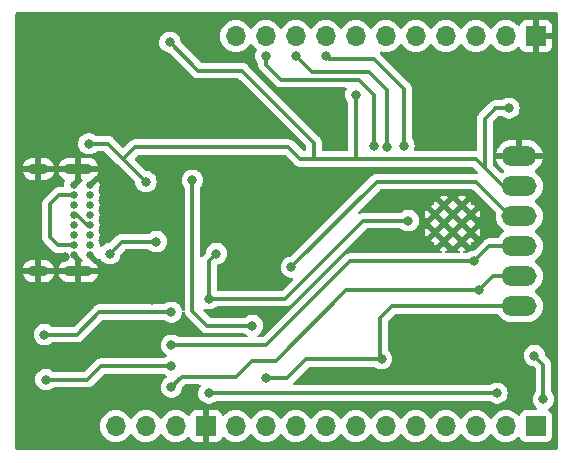
<source format=gbl>
G04 #@! TF.GenerationSoftware,KiCad,Pcbnew,7.0.5-0*
G04 #@! TF.CreationDate,2024-02-05T02:45:17-05:00*
G04 #@! TF.ProjectId,keystone-esp,6b657973-746f-46e6-952d-6573702e6b69,rev?*
G04 #@! TF.SameCoordinates,Original*
G04 #@! TF.FileFunction,Copper,L2,Bot*
G04 #@! TF.FilePolarity,Positive*
%FSLAX46Y46*%
G04 Gerber Fmt 4.6, Leading zero omitted, Abs format (unit mm)*
G04 Created by KiCad (PCBNEW 7.0.5-0) date 2024-02-05 02:45:17*
%MOMM*%
%LPD*%
G01*
G04 APERTURE LIST*
G04 #@! TA.AperFunction,HeatsinkPad*
%ADD10C,0.600000*%
G04 #@! TD*
G04 #@! TA.AperFunction,ComponentPad*
%ADD11R,1.700000X1.700000*%
G04 #@! TD*
G04 #@! TA.AperFunction,ComponentPad*
%ADD12O,1.700000X1.700000*%
G04 #@! TD*
G04 #@! TA.AperFunction,SMDPad,CuDef*
%ADD13O,3.000000X1.700000*%
G04 #@! TD*
G04 #@! TA.AperFunction,ComponentPad*
%ADD14C,0.650000*%
G04 #@! TD*
G04 #@! TA.AperFunction,ComponentPad*
%ADD15O,1.700000X0.900000*%
G04 #@! TD*
G04 #@! TA.AperFunction,ComponentPad*
%ADD16O,2.400000X0.900000*%
G04 #@! TD*
G04 #@! TA.AperFunction,ViaPad*
%ADD17C,0.800000*%
G04 #@! TD*
G04 #@! TA.AperFunction,Conductor*
%ADD18C,0.304800*%
G04 #@! TD*
G04 APERTURE END LIST*
D10*
G04 #@! TO.P,U2,39,GND*
G04 #@! TO.N,GND*
X214188500Y-94973000D03*
X212663500Y-96498000D03*
X213426000Y-94210500D03*
X213426000Y-95735500D03*
X212663500Y-94973000D03*
X214188500Y-96498000D03*
X214951000Y-94210500D03*
X211901000Y-94210500D03*
X212663500Y-93448000D03*
X214951000Y-95735500D03*
X211901000Y-95735500D03*
X214188500Y-93448000D03*
G04 #@! TD*
D11*
G04 #@! TO.P,J7,1,Pin_1*
G04 #@! TO.N,GND*
X192532000Y-112141000D03*
D12*
G04 #@! TO.P,J7,2,Pin_2*
G04 #@! TO.N,VCC*
X189992000Y-112141000D03*
G04 #@! TO.P,J7,3,Pin_3*
X187452000Y-112141000D03*
G04 #@! TO.P,J7,4,Pin_4*
G04 #@! TO.N,VBUS*
X184912000Y-112141000D03*
G04 #@! TD*
D13*
G04 #@! TO.P,J3,6,Pin_6*
G04 #@! TO.N,GND*
X219075000Y-89281000D03*
G04 #@! TO.P,J3,5,Pin_5*
G04 #@! TO.N,/EN*
X219075000Y-91821000D03*
G04 #@! TO.P,J3,4,Pin_4*
G04 #@! TO.N,Net-(D3-K)*
X219075000Y-94361000D03*
G04 #@! TO.P,J3,3,Pin_3*
G04 #@! TO.N,/TX*
X219075000Y-96901000D03*
G04 #@! TO.P,J3,2,Pin_2*
G04 #@! TO.N,/RX*
X219075000Y-99441000D03*
G04 #@! TO.P,J3,1,Pin_1*
G04 #@! TO.N,/IO0*
X219075000Y-101981000D03*
G04 #@! TD*
D11*
G04 #@! TO.P,J4,1,Pin_1*
G04 #@! TO.N,GND*
X220472000Y-79121000D03*
D12*
G04 #@! TO.P,J4,2,Pin_2*
G04 #@! TO.N,/IO36*
X217932000Y-79121000D03*
G04 #@! TO.P,J4,3,Pin_3*
G04 #@! TO.N,/IO39*
X215392000Y-79121000D03*
G04 #@! TO.P,J4,4,Pin_4*
G04 #@! TO.N,/IO34*
X212852000Y-79121000D03*
G04 #@! TO.P,J4,5,Pin_5*
G04 #@! TO.N,/IO35*
X210312000Y-79121000D03*
G04 #@! TO.P,J4,6,Pin_6*
G04 #@! TO.N,/IO32*
X207772000Y-79121000D03*
G04 #@! TO.P,J4,7,Pin_7*
G04 #@! TO.N,/IO33*
X205232000Y-79121000D03*
G04 #@! TO.P,J4,8,Pin_8*
G04 #@! TO.N,/IO25*
X202692000Y-79121000D03*
G04 #@! TO.P,J4,9,Pin_9*
G04 #@! TO.N,/IO26*
X200152000Y-79121000D03*
G04 #@! TO.P,J4,10,Pin_10*
G04 #@! TO.N,/IO27*
X197612000Y-79121000D03*
G04 #@! TO.P,J4,11,Pin_11*
G04 #@! TO.N,/IO14*
X195072000Y-79121000D03*
G04 #@! TD*
D11*
G04 #@! TO.P,J2,1,Pin_1*
G04 #@! TO.N,/IO23*
X220472000Y-112141000D03*
D12*
G04 #@! TO.P,J2,2,Pin_2*
G04 #@! TO.N,/IO22*
X217932000Y-112141000D03*
G04 #@! TO.P,J2,3,Pin_3*
G04 #@! TO.N,/IO21*
X215392000Y-112141000D03*
G04 #@! TO.P,J2,4,Pin_4*
G04 #@! TO.N,/IO19*
X212852000Y-112141000D03*
G04 #@! TO.P,J2,5,Pin_5*
G04 #@! TO.N,/IO18*
X210312000Y-112141000D03*
G04 #@! TO.P,J2,6,Pin_6*
G04 #@! TO.N,/IO5*
X207772000Y-112141000D03*
G04 #@! TO.P,J2,7,Pin_7*
G04 #@! TO.N,/IO17*
X205232000Y-112141000D03*
G04 #@! TO.P,J2,8,Pin_8*
G04 #@! TO.N,/IO16*
X202692000Y-112141000D03*
G04 #@! TO.P,J2,9,Pin_9*
G04 #@! TO.N,/IO4*
X200152000Y-112141000D03*
G04 #@! TO.P,J2,10,Pin_10*
G04 #@! TO.N,/IO13*
X197612000Y-112141000D03*
G04 #@! TO.P,J2,11,Pin_11*
G04 #@! TO.N,/IO15*
X195072000Y-112141000D03*
G04 #@! TD*
D14*
G04 #@! TO.P,J1,A1,GND*
G04 #@! TO.N,GND*
X182706000Y-91723000D03*
G04 #@! TO.P,J1,A4,VBUS*
G04 #@! TO.N,VBUS*
X182706000Y-92573000D03*
G04 #@! TO.P,J1,A5,CC1*
G04 #@! TO.N,Net-(J1-CC1)*
X182706000Y-93423000D03*
G04 #@! TO.P,J1,A6,DP1*
G04 #@! TO.N,Net-(J1-DP1)*
X182706000Y-94273000D03*
G04 #@! TO.P,J1,A7,DN1*
G04 #@! TO.N,Net-(J1-DN1)*
X182706000Y-95123000D03*
G04 #@! TO.P,J1,A8,SBU1*
G04 #@! TO.N,unconnected-(J1-SBU1-PadA8)*
X182706000Y-95973000D03*
G04 #@! TO.P,J1,A9,VBUS*
G04 #@! TO.N,VBUS*
X182706000Y-96823000D03*
G04 #@! TO.P,J1,A12,GND*
G04 #@! TO.N,GND*
X182706000Y-97673000D03*
G04 #@! TO.P,J1,B1,GND*
X181356000Y-97673000D03*
G04 #@! TO.P,J1,B4,VBUS*
G04 #@! TO.N,VBUS*
X181356000Y-96823000D03*
G04 #@! TO.P,J1,B5,CC2*
G04 #@! TO.N,Net-(J1-CC2)*
X181356000Y-95973000D03*
G04 #@! TO.P,J1,B6,DP2*
G04 #@! TO.N,Net-(J1-DP1)*
X181356000Y-95123000D03*
G04 #@! TO.P,J1,B7,DN2*
G04 #@! TO.N,Net-(J1-DN1)*
X181356000Y-94273000D03*
G04 #@! TO.P,J1,B8,SBU2*
G04 #@! TO.N,unconnected-(J1-SBU2-PadB8)*
X181356000Y-93423000D03*
G04 #@! TO.P,J1,B9,VBUS*
G04 #@! TO.N,VBUS*
X181356000Y-92573000D03*
G04 #@! TO.P,J1,B12,GND*
G04 #@! TO.N,GND*
X181356000Y-91723000D03*
D15*
G04 #@! TO.P,J1,S1,SHELL*
X178346000Y-90373000D03*
G04 #@! TO.P,J1,S2,SHELL*
X178346000Y-99023000D03*
D16*
G04 #@! TO.P,J1,S3,SHELL*
X181726000Y-90373000D03*
G04 #@! TO.P,J1,S4,SHELL*
X181726000Y-99023000D03*
G04 #@! TD*
D17*
G04 #@! TO.N,GND*
X180594000Y-97790000D03*
X179832000Y-91313000D03*
X205105000Y-90932000D03*
X190119000Y-94996000D03*
X197866000Y-97790000D03*
X185801000Y-105791000D03*
X187960000Y-101473000D03*
X190373000Y-99187000D03*
X209550000Y-81407000D03*
X184531000Y-92075000D03*
X184277000Y-99244000D03*
X212725000Y-81788000D03*
G04 #@! TO.N,/IO27*
X197612000Y-80772000D03*
X206756000Y-88392000D03*
G04 #@! TO.N,/IO26*
X200152000Y-80772000D03*
X207899000Y-88519000D03*
G04 #@! TO.N,/IO25*
X202692000Y-80772000D03*
X209296000Y-88392000D03*
G04 #@! TO.N,/IO0*
X196469000Y-103632000D03*
X197612000Y-108077000D03*
X191389000Y-91313000D03*
G04 #@! TO.N,VCC*
X209677000Y-94742000D03*
G04 #@! TO.N,/RX*
X189611000Y-108839000D03*
G04 #@! TO.N,VCC*
X192786000Y-109347000D03*
G04 #@! TO.N,/TX*
X189611000Y-105283000D03*
G04 #@! TO.N,VCC*
X192786000Y-101346000D03*
G04 #@! TO.N,Net-(D3-K)*
X199771000Y-98679000D03*
G04 #@! TO.N,/EN*
X218186000Y-85217000D03*
X189484000Y-79629000D03*
X182626000Y-88227300D03*
X205232000Y-84074000D03*
G04 #@! TO.N,/IO0*
X207409793Y-106439297D03*
G04 #@! TO.N,/TX*
X215265000Y-98171000D03*
G04 #@! TO.N,/RX*
X215686000Y-100624000D03*
G04 #@! TO.N,Net-(D2-A)*
X189611000Y-107061000D03*
X178979500Y-108204000D03*
G04 #@! TO.N,Net-(D1-A)*
X189611000Y-102489000D03*
X178852500Y-104394000D03*
G04 #@! TO.N,/IO23*
X220345000Y-106172000D03*
X221107000Y-109855000D03*
G04 #@! TO.N,VCC*
X217170000Y-109347000D03*
X193421000Y-97536000D03*
G04 #@! TO.N,Net-(J1-DN1)*
X184404000Y-97536000D03*
X188341000Y-96520000D03*
G04 #@! TO.N,/EN*
X187452000Y-91440000D03*
G04 #@! TD*
D18*
G04 #@! TO.N,/RX*
X189611000Y-108839000D02*
X190500000Y-107950000D01*
X190500000Y-107950000D02*
X195072000Y-107950000D01*
X195072000Y-107950000D02*
X196405500Y-106616500D01*
X204430000Y-100624000D02*
X215686000Y-100624000D01*
X196405500Y-106616500D02*
X198437500Y-106616500D01*
X198437500Y-106616500D02*
X204430000Y-100624000D01*
G04 #@! TO.N,/EN*
X187452000Y-91440000D02*
X185547000Y-89535000D01*
X185547000Y-89535000D02*
X184239300Y-88227300D01*
X186563000Y-88519000D02*
X185547000Y-89535000D01*
X184239300Y-88227300D02*
X182626000Y-88227300D01*
X186563000Y-88519000D02*
X199517000Y-88519000D01*
X199517000Y-88519000D02*
X200533000Y-89535000D01*
X200533000Y-89535000D02*
X205232000Y-89535000D01*
G04 #@! TO.N,Net-(D2-A)*
X178979500Y-108204000D02*
X182499000Y-108204000D01*
X182499000Y-108204000D02*
X183642000Y-107061000D01*
X183642000Y-107061000D02*
X189611000Y-107061000D01*
G04 #@! TO.N,Net-(D1-A)*
X183515000Y-102489000D02*
X189611000Y-102489000D01*
X181610000Y-104394000D02*
X183515000Y-102489000D01*
X178852500Y-104394000D02*
X181610000Y-104394000D01*
G04 #@! TO.N,/IO27*
X206756000Y-88392000D02*
X206756000Y-84074000D01*
X206756000Y-84074000D02*
X205486000Y-82804000D01*
X205486000Y-82804000D02*
X198882000Y-82804000D01*
X198882000Y-82804000D02*
X197612000Y-81534000D01*
X197612000Y-81534000D02*
X197612000Y-80772000D01*
G04 #@! TO.N,/EN*
X201676000Y-89535000D02*
X201676000Y-88138000D01*
X201676000Y-88138000D02*
X195580000Y-82042000D01*
X195580000Y-82042000D02*
X191897000Y-82042000D01*
X191897000Y-82042000D02*
X189484000Y-79629000D01*
G04 #@! TO.N,/IO26*
X201549000Y-82169000D02*
X200152000Y-80772000D01*
X206375000Y-82169000D02*
X201549000Y-82169000D01*
X207899000Y-88519000D02*
X207899000Y-83693000D01*
X207899000Y-83693000D02*
X206375000Y-82169000D01*
G04 #@! TO.N,/IO25*
X202946000Y-81026000D02*
X202692000Y-80772000D01*
X206756000Y-81026000D02*
X202946000Y-81026000D01*
X209296000Y-88392000D02*
X209296000Y-83566000D01*
X209296000Y-83566000D02*
X206756000Y-81026000D01*
G04 #@! TO.N,/IO0*
X197612000Y-108077000D02*
X199390000Y-108077000D01*
X201027703Y-106439297D02*
X207409793Y-106439297D01*
X199390000Y-108077000D02*
X201027703Y-106439297D01*
X196469000Y-103632000D02*
X192659000Y-103632000D01*
X192659000Y-103632000D02*
X191389000Y-102362000D01*
X191389000Y-102362000D02*
X191389000Y-91313000D01*
G04 #@! TO.N,Net-(D3-K)*
X199771000Y-98679000D02*
X207010000Y-91440000D01*
X207010000Y-91440000D02*
X215392000Y-91440000D01*
X215392000Y-91440000D02*
X218313000Y-94361000D01*
X218313000Y-94361000D02*
X219075000Y-94361000D01*
G04 #@! TO.N,/EN*
X215392000Y-89535000D02*
X205232000Y-89535000D01*
X216154000Y-90297000D02*
X215392000Y-89535000D01*
X205232000Y-84074000D02*
X205232000Y-89535000D01*
G04 #@! TO.N,VCC*
X192786000Y-101346000D02*
X199263000Y-101346000D01*
X199263000Y-101346000D02*
X205867000Y-94742000D01*
X205867000Y-94742000D02*
X209677000Y-94742000D01*
X192786000Y-101346000D02*
X192786000Y-98171000D01*
X192786000Y-98171000D02*
X193421000Y-97536000D01*
G04 #@! TO.N,/TX*
X189611000Y-105283000D02*
X197612000Y-105283000D01*
X197612000Y-105283000D02*
X204724000Y-98171000D01*
X204724000Y-98171000D02*
X215265000Y-98171000D01*
G04 #@! TO.N,VCC*
X192786000Y-109347000D02*
X217170000Y-109347000D01*
G04 #@! TO.N,Net-(J1-DN1)*
X188341000Y-96520000D02*
X185420000Y-96520000D01*
X185420000Y-96520000D02*
X184404000Y-97536000D01*
G04 #@! TO.N,/EN*
X216154000Y-90297000D02*
X216154000Y-86106000D01*
X219075000Y-91821000D02*
X217678000Y-91821000D01*
X217678000Y-91821000D02*
X216154000Y-90297000D01*
X217043000Y-85217000D02*
X218186000Y-85217000D01*
X216916000Y-85344000D02*
X217043000Y-85217000D01*
X216154000Y-86106000D02*
X216916000Y-85344000D01*
G04 #@! TO.N,/IO0*
X219075000Y-101981000D02*
X208280000Y-101981000D01*
X207404297Y-106439297D02*
X207409793Y-106439297D01*
X208280000Y-101981000D02*
X207264000Y-102997000D01*
X207264000Y-102997000D02*
X207264000Y-106299000D01*
X207264000Y-106299000D02*
X207404297Y-106439297D01*
G04 #@! TO.N,/RX*
X216869000Y-99441000D02*
X219075000Y-99441000D01*
X215686000Y-100624000D02*
X216869000Y-99441000D01*
G04 #@! TO.N,/TX*
X216535000Y-96901000D02*
X219075000Y-96901000D01*
X215265000Y-98171000D02*
X216535000Y-96901000D01*
G04 #@! TO.N,/IO23*
X221107000Y-109855000D02*
X221107000Y-106934000D01*
X221107000Y-106934000D02*
X220345000Y-106172000D01*
G04 #@! TO.N,VBUS*
X181356000Y-96823000D02*
X180008000Y-96823000D01*
X179324000Y-93345000D02*
X180096000Y-92573000D01*
X180096000Y-92573000D02*
X181356000Y-92573000D01*
X180008000Y-96823000D02*
X179324000Y-96139000D01*
X179324000Y-96139000D02*
X179324000Y-93345000D01*
G04 #@! TO.N,Net-(J1-DN1)*
X181356000Y-94273000D02*
X181649000Y-94273000D01*
X181649000Y-94273000D02*
X182499000Y-95123000D01*
X182499000Y-95123000D02*
X182706000Y-95123000D01*
G04 #@! TD*
G04 #@! TA.AperFunction,Conductor*
G04 #@! TO.N,GND*
G36*
X215137237Y-92112585D02*
G01*
X215157879Y-92129219D01*
X217054224Y-94025564D01*
X217087709Y-94086887D01*
X217090071Y-94124052D01*
X217069341Y-94360997D01*
X217069341Y-94361000D01*
X217089936Y-94596403D01*
X217089938Y-94596413D01*
X217151094Y-94824655D01*
X217151096Y-94824659D01*
X217151097Y-94824663D01*
X217198893Y-94927161D01*
X217250964Y-95038828D01*
X217250965Y-95038830D01*
X217386505Y-95232402D01*
X217553596Y-95399493D01*
X217553599Y-95399495D01*
X217739160Y-95529426D01*
X217782784Y-95584000D01*
X217789978Y-95653499D01*
X217758456Y-95715854D01*
X217739160Y-95732574D01*
X217553594Y-95862508D01*
X217386506Y-96029597D01*
X217386505Y-96029599D01*
X217270533Y-96195224D01*
X217215956Y-96238848D01*
X217168958Y-96248100D01*
X216620768Y-96248100D01*
X216604720Y-96246328D01*
X216604698Y-96246566D01*
X216596931Y-96245831D01*
X216525722Y-96248069D01*
X216523775Y-96248100D01*
X216493922Y-96248100D01*
X216486615Y-96249022D01*
X216480796Y-96249480D01*
X216432054Y-96251012D01*
X216432048Y-96251013D01*
X216411556Y-96256966D01*
X216392516Y-96260909D01*
X216371350Y-96263584D01*
X216371335Y-96263587D01*
X216325999Y-96281536D01*
X216320475Y-96283427D01*
X216273638Y-96297037D01*
X216273637Y-96297037D01*
X216255276Y-96307896D01*
X216237808Y-96316454D01*
X216217964Y-96324311D01*
X216178509Y-96352976D01*
X216173627Y-96356182D01*
X216131649Y-96381009D01*
X216116560Y-96396098D01*
X216101772Y-96408729D01*
X216084508Y-96421273D01*
X216084503Y-96421277D01*
X216053422Y-96458847D01*
X216049490Y-96463168D01*
X215278479Y-97234181D01*
X215217156Y-97267666D01*
X215190798Y-97270500D01*
X215170354Y-97270500D01*
X215139501Y-97277058D01*
X214985197Y-97309855D01*
X214985192Y-97309857D01*
X214812270Y-97386848D01*
X214812265Y-97386851D01*
X214664213Y-97494418D01*
X214598407Y-97517898D01*
X214591328Y-97518100D01*
X214425227Y-97518100D01*
X214358188Y-97498415D01*
X214312433Y-97445611D01*
X214302489Y-97376453D01*
X214331514Y-97312897D01*
X214384272Y-97277059D01*
X214537800Y-97223336D01*
X214537807Y-97223333D01*
X214551607Y-97214661D01*
X214551607Y-97214660D01*
X214188501Y-96851553D01*
X214188500Y-96851553D01*
X213825391Y-97214660D01*
X213839197Y-97223335D01*
X213839201Y-97223337D01*
X213992727Y-97277058D01*
X214049503Y-97317780D01*
X214075251Y-97382732D01*
X214061795Y-97451294D01*
X214013408Y-97501697D01*
X213951773Y-97518100D01*
X212900227Y-97518100D01*
X212833188Y-97498415D01*
X212787433Y-97445611D01*
X212777489Y-97376453D01*
X212806514Y-97312897D01*
X212859272Y-97277059D01*
X213012800Y-97223336D01*
X213012807Y-97223333D01*
X213026607Y-97214661D01*
X213026607Y-97214660D01*
X212663501Y-96851553D01*
X212663500Y-96851553D01*
X212300391Y-97214660D01*
X212314197Y-97223335D01*
X212314201Y-97223337D01*
X212467727Y-97277058D01*
X212524503Y-97317780D01*
X212550251Y-97382732D01*
X212536795Y-97451294D01*
X212488408Y-97501697D01*
X212426773Y-97518100D01*
X204809768Y-97518100D01*
X204793720Y-97516328D01*
X204793698Y-97516566D01*
X204785931Y-97515831D01*
X204714722Y-97518069D01*
X204712775Y-97518100D01*
X204682922Y-97518100D01*
X204675615Y-97519022D01*
X204669796Y-97519480D01*
X204621051Y-97521012D01*
X204621050Y-97521013D01*
X204600552Y-97526967D01*
X204581514Y-97530909D01*
X204560349Y-97533584D01*
X204560342Y-97533585D01*
X204560340Y-97533586D01*
X204560338Y-97533586D01*
X204560337Y-97533587D01*
X204514999Y-97551536D01*
X204509473Y-97553428D01*
X204462639Y-97567035D01*
X204462637Y-97567036D01*
X204444266Y-97577900D01*
X204426804Y-97586455D01*
X204406966Y-97594310D01*
X204406965Y-97594311D01*
X204406964Y-97594311D01*
X204406963Y-97594312D01*
X204398881Y-97600183D01*
X204367510Y-97622974D01*
X204362630Y-97626180D01*
X204320649Y-97651009D01*
X204305560Y-97666098D01*
X204290772Y-97678729D01*
X204273508Y-97691273D01*
X204273503Y-97691277D01*
X204242422Y-97728847D01*
X204238490Y-97733169D01*
X197377879Y-104593781D01*
X197316556Y-104627266D01*
X197290198Y-104630100D01*
X197008887Y-104630100D01*
X196941848Y-104610415D01*
X196896093Y-104557611D01*
X196886149Y-104488453D01*
X196915174Y-104424897D01*
X196936002Y-104405782D01*
X196968047Y-104382500D01*
X197074871Y-104304888D01*
X197201533Y-104164216D01*
X197296179Y-104000284D01*
X197354674Y-103820256D01*
X197374460Y-103632000D01*
X197354674Y-103443744D01*
X197296179Y-103263716D01*
X197201533Y-103099784D01*
X197074871Y-102959112D01*
X197069564Y-102955256D01*
X196921734Y-102847851D01*
X196921729Y-102847848D01*
X196748807Y-102770857D01*
X196748802Y-102770855D01*
X196603001Y-102739865D01*
X196563646Y-102731500D01*
X196374354Y-102731500D01*
X196341897Y-102738398D01*
X196189197Y-102770855D01*
X196189192Y-102770857D01*
X196016270Y-102847848D01*
X196016265Y-102847851D01*
X195868213Y-102955418D01*
X195802407Y-102978898D01*
X195795328Y-102979100D01*
X192980802Y-102979100D01*
X192913763Y-102959415D01*
X192893121Y-102942781D01*
X192350711Y-102400371D01*
X192317226Y-102339048D01*
X192322210Y-102269356D01*
X192364082Y-102213423D01*
X192429546Y-102189006D01*
X192488828Y-102199410D01*
X192506197Y-102207144D01*
X192691354Y-102246500D01*
X192691355Y-102246500D01*
X192880644Y-102246500D01*
X192880646Y-102246500D01*
X193065803Y-102207144D01*
X193238730Y-102130151D01*
X193386786Y-102022582D01*
X193452593Y-101999102D01*
X193459672Y-101998900D01*
X199177232Y-101998900D01*
X199193279Y-102000671D01*
X199193302Y-102000434D01*
X199201068Y-102001168D01*
X199201068Y-102001167D01*
X199201069Y-102001168D01*
X199204536Y-102001059D01*
X199272278Y-101998931D01*
X199274225Y-101998900D01*
X199304071Y-101998900D01*
X199304075Y-101998900D01*
X199311377Y-101997977D01*
X199317194Y-101997518D01*
X199365948Y-101995987D01*
X199386449Y-101990030D01*
X199405476Y-101986089D01*
X199426660Y-101983414D01*
X199472000Y-101965461D01*
X199477528Y-101963570D01*
X199486275Y-101961028D01*
X199524359Y-101949965D01*
X199542730Y-101939100D01*
X199560196Y-101930543D01*
X199580037Y-101922688D01*
X199619497Y-101894016D01*
X199624363Y-101890820D01*
X199666348Y-101865992D01*
X199681443Y-101850895D01*
X199696224Y-101838272D01*
X199713493Y-101825726D01*
X199744587Y-101788138D01*
X199748489Y-101783849D01*
X205080179Y-96452160D01*
X211537891Y-96452160D01*
X211551697Y-96460835D01*
X211551701Y-96460837D01*
X211721859Y-96520377D01*
X211764482Y-96525180D01*
X211828896Y-96552246D01*
X211868451Y-96609840D01*
X211873819Y-96634515D01*
X211878621Y-96677138D01*
X211878622Y-96677141D01*
X211938162Y-96847298D01*
X211938167Y-96847308D01*
X211946838Y-96861108D01*
X212264298Y-96543649D01*
X212463500Y-96543649D01*
X212503113Y-96625905D01*
X212574492Y-96682827D01*
X212640968Y-96698000D01*
X212686032Y-96698000D01*
X212752508Y-96682827D01*
X212823887Y-96625905D01*
X212863500Y-96543649D01*
X212863500Y-96497999D01*
X213017053Y-96497999D01*
X213380160Y-96861107D01*
X213412121Y-96857507D01*
X213439887Y-96857508D01*
X213471838Y-96861108D01*
X213789297Y-96543649D01*
X213988500Y-96543649D01*
X214028113Y-96625905D01*
X214099492Y-96682827D01*
X214165968Y-96698000D01*
X214211032Y-96698000D01*
X214277508Y-96682827D01*
X214348887Y-96625905D01*
X214388500Y-96543649D01*
X214388500Y-96498000D01*
X214542053Y-96498000D01*
X214905160Y-96861107D01*
X214905161Y-96861107D01*
X214913833Y-96847307D01*
X214973378Y-96677138D01*
X214978180Y-96634518D01*
X215005246Y-96570103D01*
X215062840Y-96530548D01*
X215087518Y-96525180D01*
X215130138Y-96520378D01*
X215300307Y-96460833D01*
X215314107Y-96452161D01*
X215314107Y-96452160D01*
X214951000Y-96089053D01*
X214542053Y-96497999D01*
X214542053Y-96498000D01*
X214388500Y-96498000D01*
X214388500Y-96452351D01*
X214348887Y-96370095D01*
X214277508Y-96313173D01*
X214211032Y-96298000D01*
X214165968Y-96298000D01*
X214099492Y-96313173D01*
X214028113Y-96370095D01*
X213988500Y-96452351D01*
X213988500Y-96543649D01*
X213789297Y-96543649D01*
X213834946Y-96498000D01*
X213834947Y-96497998D01*
X213426000Y-96089053D01*
X213017053Y-96497998D01*
X213017053Y-96497999D01*
X212863500Y-96497999D01*
X212863500Y-96452351D01*
X212823887Y-96370095D01*
X212752508Y-96313173D01*
X212686032Y-96298000D01*
X212640968Y-96298000D01*
X212574492Y-96313173D01*
X212503113Y-96370095D01*
X212463500Y-96452351D01*
X212463500Y-96543649D01*
X212264298Y-96543649D01*
X212309947Y-96498000D01*
X212309947Y-96497999D01*
X211901001Y-96089053D01*
X211901000Y-96089053D01*
X211537891Y-96452160D01*
X205080179Y-96452160D01*
X205796837Y-95735502D01*
X211095938Y-95735502D01*
X211116121Y-95914638D01*
X211116122Y-95914641D01*
X211175662Y-96084798D01*
X211175667Y-96084808D01*
X211184338Y-96098608D01*
X211501798Y-95781149D01*
X211701000Y-95781149D01*
X211740613Y-95863405D01*
X211811992Y-95920327D01*
X211878468Y-95935500D01*
X211923532Y-95935500D01*
X211990008Y-95920327D01*
X212061387Y-95863405D01*
X212101000Y-95781149D01*
X212101000Y-95735500D01*
X212254553Y-95735500D01*
X212663500Y-96144447D01*
X213026798Y-95781149D01*
X213226000Y-95781149D01*
X213265613Y-95863405D01*
X213336992Y-95920327D01*
X213403468Y-95935500D01*
X213448532Y-95935500D01*
X213515008Y-95920327D01*
X213586387Y-95863405D01*
X213626000Y-95781149D01*
X213626000Y-95735500D01*
X213779552Y-95735500D01*
X214188499Y-96144447D01*
X214551796Y-95781149D01*
X214751000Y-95781149D01*
X214790613Y-95863405D01*
X214861992Y-95920327D01*
X214928468Y-95935500D01*
X214973532Y-95935500D01*
X215040008Y-95920327D01*
X215111387Y-95863405D01*
X215151000Y-95781149D01*
X215151000Y-95735500D01*
X215304553Y-95735500D01*
X215667660Y-96098607D01*
X215667661Y-96098607D01*
X215676333Y-96084807D01*
X215735878Y-95914638D01*
X215756062Y-95735502D01*
X215756062Y-95735497D01*
X215735878Y-95556361D01*
X215735877Y-95556358D01*
X215676337Y-95386201D01*
X215676335Y-95386197D01*
X215667660Y-95372391D01*
X215304553Y-95735499D01*
X215304553Y-95735500D01*
X215151000Y-95735500D01*
X215151000Y-95689851D01*
X215111387Y-95607595D01*
X215040008Y-95550673D01*
X214973532Y-95535500D01*
X214928468Y-95535500D01*
X214861992Y-95550673D01*
X214790613Y-95607595D01*
X214751000Y-95689851D01*
X214751000Y-95781149D01*
X214551796Y-95781149D01*
X214597445Y-95735500D01*
X214597445Y-95735499D01*
X214188501Y-95326553D01*
X214188500Y-95326553D01*
X213779552Y-95735499D01*
X213779552Y-95735500D01*
X213626000Y-95735500D01*
X213626000Y-95689851D01*
X213586387Y-95607595D01*
X213515008Y-95550673D01*
X213448532Y-95535500D01*
X213403468Y-95535500D01*
X213336992Y-95550673D01*
X213265613Y-95607595D01*
X213226000Y-95689851D01*
X213226000Y-95781149D01*
X213026798Y-95781149D01*
X213072447Y-95735500D01*
X212663500Y-95326553D01*
X212254553Y-95735499D01*
X212254553Y-95735500D01*
X212101000Y-95735500D01*
X212101000Y-95689851D01*
X212061387Y-95607595D01*
X211990008Y-95550673D01*
X211923532Y-95535500D01*
X211878468Y-95535500D01*
X211811992Y-95550673D01*
X211740613Y-95607595D01*
X211701000Y-95689851D01*
X211701000Y-95781149D01*
X211501798Y-95781149D01*
X211547447Y-95735500D01*
X211547447Y-95735499D01*
X211184338Y-95372390D01*
X211184338Y-95372391D01*
X211175664Y-95386196D01*
X211116122Y-95556358D01*
X211116121Y-95556361D01*
X211095938Y-95735497D01*
X211095938Y-95735502D01*
X205796837Y-95735502D01*
X206101120Y-95431219D01*
X206162444Y-95397734D01*
X206188802Y-95394900D01*
X209003328Y-95394900D01*
X209070367Y-95414585D01*
X209076213Y-95418582D01*
X209224265Y-95526148D01*
X209224270Y-95526151D01*
X209397192Y-95603142D01*
X209397197Y-95603144D01*
X209582354Y-95642500D01*
X209582355Y-95642500D01*
X209771644Y-95642500D01*
X209771646Y-95642500D01*
X209956803Y-95603144D01*
X210129730Y-95526151D01*
X210282871Y-95414888D01*
X210409533Y-95274216D01*
X210504179Y-95110284D01*
X210533892Y-95018838D01*
X211537890Y-95018838D01*
X211900999Y-95381947D01*
X212264298Y-95018649D01*
X212463500Y-95018649D01*
X212503113Y-95100905D01*
X212574492Y-95157827D01*
X212640968Y-95173000D01*
X212686032Y-95173000D01*
X212752508Y-95157827D01*
X212823887Y-95100905D01*
X212863500Y-95018649D01*
X212863500Y-94973000D01*
X213017053Y-94973000D01*
X213426000Y-95381947D01*
X213789298Y-95018649D01*
X213988500Y-95018649D01*
X214028113Y-95100905D01*
X214099492Y-95157827D01*
X214165968Y-95173000D01*
X214211032Y-95173000D01*
X214277508Y-95157827D01*
X214348887Y-95100905D01*
X214388500Y-95018649D01*
X214388500Y-94972999D01*
X214542053Y-94972999D01*
X214951000Y-95381946D01*
X215314108Y-95018838D01*
X215310508Y-94986884D01*
X215310507Y-94959119D01*
X215314107Y-94927160D01*
X214951001Y-94564053D01*
X214951000Y-94564053D01*
X214542053Y-94972998D01*
X214542053Y-94972999D01*
X214388500Y-94972999D01*
X214388500Y-94927351D01*
X214348887Y-94845095D01*
X214277508Y-94788173D01*
X214211032Y-94773000D01*
X214165968Y-94773000D01*
X214099492Y-94788173D01*
X214028113Y-94845095D01*
X213988500Y-94927351D01*
X213988500Y-95018649D01*
X213789298Y-95018649D01*
X213834947Y-94973000D01*
X213426000Y-94564053D01*
X213017053Y-94973000D01*
X212863500Y-94973000D01*
X212863500Y-94927351D01*
X212823887Y-94845095D01*
X212752508Y-94788173D01*
X212686032Y-94773000D01*
X212640968Y-94773000D01*
X212574492Y-94788173D01*
X212503113Y-94845095D01*
X212463500Y-94927351D01*
X212463500Y-95018649D01*
X212264298Y-95018649D01*
X212309947Y-94973000D01*
X212309947Y-94972999D01*
X211901001Y-94564053D01*
X211901000Y-94564053D01*
X211537890Y-94927161D01*
X211541491Y-94959123D01*
X211541491Y-94986892D01*
X211537890Y-95018838D01*
X210533892Y-95018838D01*
X210562674Y-94930256D01*
X210582460Y-94742000D01*
X210562674Y-94553744D01*
X210504179Y-94373716D01*
X210409948Y-94210502D01*
X211095938Y-94210502D01*
X211116121Y-94389638D01*
X211116122Y-94389641D01*
X211175662Y-94559798D01*
X211175667Y-94559808D01*
X211184338Y-94573608D01*
X211501797Y-94256149D01*
X211701000Y-94256149D01*
X211740613Y-94338405D01*
X211811992Y-94395327D01*
X211878468Y-94410500D01*
X211923532Y-94410500D01*
X211990008Y-94395327D01*
X212061387Y-94338405D01*
X212101000Y-94256149D01*
X212101000Y-94210500D01*
X212254553Y-94210500D01*
X212663500Y-94619447D01*
X213026798Y-94256149D01*
X213226000Y-94256149D01*
X213265613Y-94338405D01*
X213336992Y-94395327D01*
X213403468Y-94410500D01*
X213448532Y-94410500D01*
X213515008Y-94395327D01*
X213586387Y-94338405D01*
X213626000Y-94256149D01*
X213626000Y-94210498D01*
X213779552Y-94210498D01*
X214188500Y-94619446D01*
X214551797Y-94256149D01*
X214751000Y-94256149D01*
X214790613Y-94338405D01*
X214861992Y-94395327D01*
X214928468Y-94410500D01*
X214973532Y-94410500D01*
X215040008Y-94395327D01*
X215111387Y-94338405D01*
X215151000Y-94256149D01*
X215151000Y-94210499D01*
X215304553Y-94210499D01*
X215667660Y-94573607D01*
X215667661Y-94573607D01*
X215676333Y-94559807D01*
X215735878Y-94389638D01*
X215756062Y-94210502D01*
X215756062Y-94210497D01*
X215735878Y-94031361D01*
X215735877Y-94031358D01*
X215676337Y-93861201D01*
X215676335Y-93861197D01*
X215667660Y-93847391D01*
X215304553Y-94210498D01*
X215304553Y-94210499D01*
X215151000Y-94210499D01*
X215151000Y-94164851D01*
X215111387Y-94082595D01*
X215040008Y-94025673D01*
X214973532Y-94010500D01*
X214928468Y-94010500D01*
X214861992Y-94025673D01*
X214790613Y-94082595D01*
X214751000Y-94164851D01*
X214751000Y-94256149D01*
X214551797Y-94256149D01*
X214597447Y-94210499D01*
X214597447Y-94210498D01*
X214188500Y-93801553D01*
X213779552Y-94210498D01*
X213626000Y-94210498D01*
X213626000Y-94164851D01*
X213586387Y-94082595D01*
X213515008Y-94025673D01*
X213448532Y-94010500D01*
X213403468Y-94010500D01*
X213336992Y-94025673D01*
X213265613Y-94082595D01*
X213226000Y-94164851D01*
X213226000Y-94256149D01*
X213026798Y-94256149D01*
X213072447Y-94210500D01*
X212663500Y-93801553D01*
X212254553Y-94210500D01*
X212101000Y-94210500D01*
X212101000Y-94164851D01*
X212061387Y-94082595D01*
X211990008Y-94025673D01*
X211923532Y-94010500D01*
X211878468Y-94010500D01*
X211811992Y-94025673D01*
X211740613Y-94082595D01*
X211701000Y-94164851D01*
X211701000Y-94256149D01*
X211501797Y-94256149D01*
X211547447Y-94210499D01*
X211547447Y-94210498D01*
X211184339Y-93847390D01*
X211184338Y-93847391D01*
X211175664Y-93861196D01*
X211116122Y-94031358D01*
X211116121Y-94031361D01*
X211095938Y-94210497D01*
X211095938Y-94210502D01*
X210409948Y-94210502D01*
X210409533Y-94209784D01*
X210282871Y-94069112D01*
X210277787Y-94065418D01*
X210129734Y-93957851D01*
X210129729Y-93957848D01*
X209956807Y-93880857D01*
X209956802Y-93880855D01*
X209802226Y-93848000D01*
X209771646Y-93841500D01*
X209582354Y-93841500D01*
X209554639Y-93847391D01*
X209397197Y-93880855D01*
X209397192Y-93880857D01*
X209224270Y-93957848D01*
X209224265Y-93957851D01*
X209076213Y-94065418D01*
X209010407Y-94088898D01*
X209003328Y-94089100D01*
X205952766Y-94089100D01*
X205936716Y-94087328D01*
X205936694Y-94087566D01*
X205928932Y-94086831D01*
X205857737Y-94089069D01*
X205855789Y-94089100D01*
X205825925Y-94089100D01*
X205825921Y-94089100D01*
X205825910Y-94089101D01*
X205818606Y-94090023D01*
X205812788Y-94090481D01*
X205764052Y-94092013D01*
X205764047Y-94092014D01*
X205743560Y-94097966D01*
X205724514Y-94101911D01*
X205703338Y-94104586D01*
X205703335Y-94104587D01*
X205657985Y-94122542D01*
X205652458Y-94124434D01*
X205605641Y-94138035D01*
X205587274Y-94148897D01*
X205569811Y-94157452D01*
X205542714Y-94168182D01*
X205541767Y-94165791D01*
X205485743Y-94178125D01*
X205420218Y-94153871D01*
X205378208Y-94098042D01*
X205373049Y-94028363D01*
X205406381Y-93966958D01*
X205879500Y-93493839D01*
X211537890Y-93493839D01*
X211900998Y-93856947D01*
X211900999Y-93856947D01*
X212264297Y-93493649D01*
X212463500Y-93493649D01*
X212503113Y-93575905D01*
X212574492Y-93632827D01*
X212640968Y-93648000D01*
X212686032Y-93648000D01*
X212752508Y-93632827D01*
X212823887Y-93575905D01*
X212863500Y-93493649D01*
X212863500Y-93448000D01*
X213017053Y-93448000D01*
X213426000Y-93856947D01*
X213789298Y-93493649D01*
X213988500Y-93493649D01*
X214028113Y-93575905D01*
X214099492Y-93632827D01*
X214165968Y-93648000D01*
X214211032Y-93648000D01*
X214277508Y-93632827D01*
X214348887Y-93575905D01*
X214388500Y-93493649D01*
X214388500Y-93447999D01*
X214542052Y-93447999D01*
X214951000Y-93856947D01*
X214951001Y-93856947D01*
X215314108Y-93493838D01*
X215314108Y-93493837D01*
X215300308Y-93485167D01*
X215300298Y-93485162D01*
X215130141Y-93425622D01*
X215130138Y-93425621D01*
X215087515Y-93420819D01*
X215023102Y-93393752D01*
X214983547Y-93336157D01*
X214978180Y-93311482D01*
X214973377Y-93268859D01*
X214913837Y-93098701D01*
X214913835Y-93098697D01*
X214905160Y-93084891D01*
X214542052Y-93447999D01*
X214388500Y-93447999D01*
X214388500Y-93402351D01*
X214348887Y-93320095D01*
X214277508Y-93263173D01*
X214211032Y-93248000D01*
X214165968Y-93248000D01*
X214099492Y-93263173D01*
X214028113Y-93320095D01*
X213988500Y-93402351D01*
X213988500Y-93493649D01*
X213789298Y-93493649D01*
X213834947Y-93448000D01*
X213834946Y-93447999D01*
X213471838Y-93084890D01*
X213439892Y-93088491D01*
X213412123Y-93088491D01*
X213380161Y-93084890D01*
X213017053Y-93447999D01*
X213017053Y-93448000D01*
X212863500Y-93448000D01*
X212863500Y-93402351D01*
X212823887Y-93320095D01*
X212752508Y-93263173D01*
X212686032Y-93248000D01*
X212640968Y-93248000D01*
X212574492Y-93263173D01*
X212503113Y-93320095D01*
X212463500Y-93402351D01*
X212463500Y-93493649D01*
X212264297Y-93493649D01*
X212309946Y-93448000D01*
X212309946Y-93447999D01*
X211946838Y-93084890D01*
X211946838Y-93084891D01*
X211938165Y-93098695D01*
X211878622Y-93268859D01*
X211873819Y-93311484D01*
X211846752Y-93375898D01*
X211789156Y-93415452D01*
X211764484Y-93420819D01*
X211721859Y-93425622D01*
X211551695Y-93485165D01*
X211537891Y-93493838D01*
X211537890Y-93493839D01*
X205879500Y-93493839D01*
X206642001Y-92731338D01*
X212300390Y-92731338D01*
X212663500Y-93094446D01*
X212663501Y-93094446D01*
X213026608Y-92731338D01*
X213825390Y-92731338D01*
X214188500Y-93094447D01*
X214188501Y-93094447D01*
X214551608Y-92731338D01*
X214551608Y-92731337D01*
X214537808Y-92722667D01*
X214537798Y-92722662D01*
X214367641Y-92663122D01*
X214367638Y-92663121D01*
X214188503Y-92642938D01*
X214188497Y-92642938D01*
X214009361Y-92663121D01*
X214009358Y-92663122D01*
X213839196Y-92722664D01*
X213825391Y-92731338D01*
X213825390Y-92731338D01*
X213026608Y-92731338D01*
X213026608Y-92731337D01*
X213012808Y-92722667D01*
X213012798Y-92722662D01*
X212842641Y-92663122D01*
X212842638Y-92663121D01*
X212663503Y-92642938D01*
X212663497Y-92642938D01*
X212484361Y-92663121D01*
X212484358Y-92663122D01*
X212314196Y-92722664D01*
X212300391Y-92731338D01*
X212300390Y-92731338D01*
X206642001Y-92731338D01*
X207244120Y-92129219D01*
X207305444Y-92095734D01*
X207331802Y-92092900D01*
X215070198Y-92092900D01*
X215137237Y-92112585D01*
G37*
G04 #@! TD.AperFunction*
G04 #@! TA.AperFunction,Conductor*
G36*
X181646394Y-97625342D02*
G01*
X181690188Y-97653635D01*
X182056742Y-98020189D01*
X182090227Y-98081512D01*
X182085243Y-98151204D01*
X182056742Y-98195552D01*
X181975999Y-98276294D01*
X181975999Y-98723000D01*
X181475999Y-98723000D01*
X181476000Y-98146553D01*
X181189628Y-97860181D01*
X181156143Y-97798858D01*
X181161118Y-97729278D01*
X181195613Y-97800905D01*
X181266992Y-97857827D01*
X181333468Y-97873000D01*
X181378532Y-97873000D01*
X181445008Y-97857827D01*
X181516387Y-97800905D01*
X181556000Y-97718649D01*
X181556000Y-97627351D01*
X181554724Y-97624702D01*
X181576727Y-97620026D01*
X181646394Y-97625342D01*
G37*
G04 #@! TD.AperFunction*
G04 #@! TA.AperFunction,Conductor*
G36*
X181975999Y-91119704D02*
G01*
X182056742Y-91200447D01*
X182090227Y-91261770D01*
X182085243Y-91331462D01*
X182056742Y-91375810D01*
X181690187Y-91742364D01*
X181628864Y-91775849D01*
X181576726Y-91775974D01*
X181554724Y-91771297D01*
X181556000Y-91768649D01*
X181556000Y-91677351D01*
X181516387Y-91595095D01*
X181445008Y-91538173D01*
X181378532Y-91523000D01*
X181333468Y-91523000D01*
X181266992Y-91538173D01*
X181195613Y-91595095D01*
X181162816Y-91663197D01*
X181154571Y-91605853D01*
X181183596Y-91542297D01*
X181189628Y-91535819D01*
X181475999Y-91249446D01*
X181476000Y-91249445D01*
X181476000Y-90673000D01*
X181975999Y-90673000D01*
X181975999Y-91119704D01*
G37*
G04 #@! TD.AperFunction*
G04 #@! TA.AperFunction,Conductor*
G36*
X222259039Y-77109185D02*
G01*
X222304794Y-77161989D01*
X222316000Y-77213500D01*
X222316000Y-114048500D01*
X222296315Y-114115539D01*
X222243511Y-114161294D01*
X222192000Y-114172500D01*
X176527500Y-114172500D01*
X176460461Y-114152815D01*
X176414706Y-114100011D01*
X176403500Y-114048500D01*
X176403500Y-112141000D01*
X183556341Y-112141000D01*
X183576936Y-112376403D01*
X183576938Y-112376413D01*
X183638094Y-112604655D01*
X183638096Y-112604659D01*
X183638097Y-112604663D01*
X183718004Y-112776023D01*
X183737965Y-112818830D01*
X183737967Y-112818834D01*
X183846281Y-112973521D01*
X183873505Y-113012401D01*
X184040599Y-113179495D01*
X184137384Y-113247264D01*
X184234165Y-113315032D01*
X184234167Y-113315033D01*
X184234170Y-113315035D01*
X184448337Y-113414903D01*
X184676592Y-113476063D01*
X184853034Y-113491500D01*
X184911999Y-113496659D01*
X184912000Y-113496659D01*
X184912001Y-113496659D01*
X184970966Y-113491500D01*
X185147408Y-113476063D01*
X185375663Y-113414903D01*
X185589830Y-113315035D01*
X185783401Y-113179495D01*
X185950495Y-113012401D01*
X186080424Y-112826842D01*
X186135002Y-112783217D01*
X186204500Y-112776023D01*
X186266855Y-112807546D01*
X186283575Y-112826842D01*
X186413500Y-113012395D01*
X186413505Y-113012401D01*
X186580599Y-113179495D01*
X186677384Y-113247264D01*
X186774165Y-113315032D01*
X186774167Y-113315033D01*
X186774170Y-113315035D01*
X186988337Y-113414903D01*
X187216592Y-113476063D01*
X187393034Y-113491500D01*
X187451999Y-113496659D01*
X187452000Y-113496659D01*
X187452001Y-113496659D01*
X187510966Y-113491500D01*
X187687408Y-113476063D01*
X187915663Y-113414903D01*
X188129830Y-113315035D01*
X188323401Y-113179495D01*
X188490495Y-113012401D01*
X188620424Y-112826842D01*
X188675002Y-112783217D01*
X188744500Y-112776023D01*
X188806855Y-112807546D01*
X188823575Y-112826842D01*
X188953500Y-113012395D01*
X188953505Y-113012401D01*
X189120599Y-113179495D01*
X189217384Y-113247264D01*
X189314165Y-113315032D01*
X189314167Y-113315033D01*
X189314170Y-113315035D01*
X189528337Y-113414903D01*
X189756592Y-113476063D01*
X189933034Y-113491500D01*
X189991999Y-113496659D01*
X189992000Y-113496659D01*
X189992001Y-113496659D01*
X190050966Y-113491500D01*
X190227408Y-113476063D01*
X190455663Y-113414903D01*
X190669830Y-113315035D01*
X190863401Y-113179495D01*
X190985717Y-113057178D01*
X191047036Y-113023696D01*
X191116728Y-113028680D01*
X191172662Y-113070551D01*
X191189577Y-113101528D01*
X191238646Y-113233088D01*
X191238649Y-113233093D01*
X191324809Y-113348187D01*
X191324812Y-113348190D01*
X191439906Y-113434350D01*
X191439913Y-113434354D01*
X191574620Y-113484596D01*
X191574627Y-113484598D01*
X191634155Y-113490999D01*
X191634172Y-113491000D01*
X192282000Y-113491000D01*
X192282000Y-112576501D01*
X192389685Y-112625680D01*
X192496237Y-112641000D01*
X192567763Y-112641000D01*
X192674315Y-112625680D01*
X192781999Y-112576501D01*
X192781999Y-113490999D01*
X192782000Y-113491000D01*
X193429828Y-113491000D01*
X193429844Y-113490999D01*
X193489372Y-113484598D01*
X193489379Y-113484596D01*
X193624086Y-113434354D01*
X193624093Y-113434350D01*
X193739187Y-113348190D01*
X193739190Y-113348187D01*
X193825350Y-113233093D01*
X193825354Y-113233086D01*
X193874422Y-113101529D01*
X193916293Y-113045595D01*
X193981757Y-113021178D01*
X194050030Y-113036030D01*
X194078285Y-113057181D01*
X194200599Y-113179495D01*
X194297384Y-113247265D01*
X194394165Y-113315032D01*
X194394167Y-113315033D01*
X194394170Y-113315035D01*
X194608337Y-113414903D01*
X194836592Y-113476063D01*
X195013034Y-113491500D01*
X195071999Y-113496659D01*
X195072000Y-113496659D01*
X195072001Y-113496659D01*
X195130966Y-113491500D01*
X195307408Y-113476063D01*
X195535663Y-113414903D01*
X195749830Y-113315035D01*
X195943401Y-113179495D01*
X196110495Y-113012401D01*
X196240424Y-112826842D01*
X196295002Y-112783217D01*
X196364500Y-112776023D01*
X196426855Y-112807546D01*
X196443575Y-112826842D01*
X196573500Y-113012395D01*
X196573505Y-113012401D01*
X196740599Y-113179495D01*
X196837384Y-113247265D01*
X196934165Y-113315032D01*
X196934167Y-113315033D01*
X196934170Y-113315035D01*
X197148337Y-113414903D01*
X197376592Y-113476063D01*
X197553034Y-113491500D01*
X197611999Y-113496659D01*
X197612000Y-113496659D01*
X197612001Y-113496659D01*
X197670966Y-113491500D01*
X197847408Y-113476063D01*
X198075663Y-113414903D01*
X198289830Y-113315035D01*
X198483401Y-113179495D01*
X198650495Y-113012401D01*
X198780424Y-112826842D01*
X198835002Y-112783217D01*
X198904500Y-112776023D01*
X198966855Y-112807546D01*
X198983575Y-112826842D01*
X199113500Y-113012395D01*
X199113505Y-113012401D01*
X199280599Y-113179495D01*
X199377384Y-113247265D01*
X199474165Y-113315032D01*
X199474167Y-113315033D01*
X199474170Y-113315035D01*
X199688337Y-113414903D01*
X199916592Y-113476063D01*
X200093034Y-113491500D01*
X200151999Y-113496659D01*
X200152000Y-113496659D01*
X200152001Y-113496659D01*
X200210966Y-113491500D01*
X200387408Y-113476063D01*
X200615663Y-113414903D01*
X200829830Y-113315035D01*
X201023401Y-113179495D01*
X201190495Y-113012401D01*
X201320424Y-112826842D01*
X201375002Y-112783217D01*
X201444500Y-112776023D01*
X201506855Y-112807546D01*
X201523575Y-112826842D01*
X201653500Y-113012395D01*
X201653505Y-113012401D01*
X201820599Y-113179495D01*
X201917384Y-113247265D01*
X202014165Y-113315032D01*
X202014167Y-113315033D01*
X202014170Y-113315035D01*
X202228337Y-113414903D01*
X202456592Y-113476063D01*
X202633034Y-113491500D01*
X202691999Y-113496659D01*
X202692000Y-113496659D01*
X202692001Y-113496659D01*
X202750966Y-113491500D01*
X202927408Y-113476063D01*
X203155663Y-113414903D01*
X203369830Y-113315035D01*
X203563401Y-113179495D01*
X203730495Y-113012401D01*
X203860424Y-112826842D01*
X203915002Y-112783217D01*
X203984500Y-112776023D01*
X204046855Y-112807546D01*
X204063575Y-112826842D01*
X204193500Y-113012395D01*
X204193505Y-113012401D01*
X204360599Y-113179495D01*
X204457384Y-113247265D01*
X204554165Y-113315032D01*
X204554167Y-113315033D01*
X204554170Y-113315035D01*
X204768337Y-113414903D01*
X204996592Y-113476063D01*
X205173034Y-113491500D01*
X205231999Y-113496659D01*
X205232000Y-113496659D01*
X205232001Y-113496659D01*
X205290966Y-113491500D01*
X205467408Y-113476063D01*
X205695663Y-113414903D01*
X205909830Y-113315035D01*
X206103401Y-113179495D01*
X206270495Y-113012401D01*
X206400424Y-112826842D01*
X206455002Y-112783217D01*
X206524500Y-112776023D01*
X206586855Y-112807546D01*
X206603575Y-112826842D01*
X206733500Y-113012395D01*
X206733505Y-113012401D01*
X206900599Y-113179495D01*
X206997384Y-113247265D01*
X207094165Y-113315032D01*
X207094167Y-113315033D01*
X207094170Y-113315035D01*
X207308337Y-113414903D01*
X207536592Y-113476063D01*
X207713034Y-113491500D01*
X207771999Y-113496659D01*
X207772000Y-113496659D01*
X207772001Y-113496659D01*
X207830966Y-113491500D01*
X208007408Y-113476063D01*
X208235663Y-113414903D01*
X208449830Y-113315035D01*
X208643401Y-113179495D01*
X208810495Y-113012401D01*
X208940424Y-112826842D01*
X208995002Y-112783217D01*
X209064500Y-112776023D01*
X209126855Y-112807546D01*
X209143575Y-112826842D01*
X209273500Y-113012395D01*
X209273505Y-113012401D01*
X209440599Y-113179495D01*
X209537384Y-113247265D01*
X209634165Y-113315032D01*
X209634167Y-113315033D01*
X209634170Y-113315035D01*
X209848337Y-113414903D01*
X210076592Y-113476063D01*
X210253034Y-113491500D01*
X210311999Y-113496659D01*
X210312000Y-113496659D01*
X210312001Y-113496659D01*
X210370966Y-113491500D01*
X210547408Y-113476063D01*
X210775663Y-113414903D01*
X210989830Y-113315035D01*
X211183401Y-113179495D01*
X211350495Y-113012401D01*
X211480424Y-112826842D01*
X211535002Y-112783217D01*
X211604500Y-112776023D01*
X211666855Y-112807546D01*
X211683575Y-112826842D01*
X211813500Y-113012395D01*
X211813505Y-113012401D01*
X211980599Y-113179495D01*
X212077384Y-113247265D01*
X212174165Y-113315032D01*
X212174167Y-113315033D01*
X212174170Y-113315035D01*
X212388337Y-113414903D01*
X212616592Y-113476063D01*
X212793034Y-113491500D01*
X212851999Y-113496659D01*
X212852000Y-113496659D01*
X212852001Y-113496659D01*
X212910966Y-113491500D01*
X213087408Y-113476063D01*
X213315663Y-113414903D01*
X213529830Y-113315035D01*
X213723401Y-113179495D01*
X213890495Y-113012401D01*
X214020424Y-112826842D01*
X214075002Y-112783217D01*
X214144500Y-112776023D01*
X214206855Y-112807546D01*
X214223575Y-112826842D01*
X214353500Y-113012395D01*
X214353505Y-113012401D01*
X214520599Y-113179495D01*
X214617384Y-113247265D01*
X214714165Y-113315032D01*
X214714167Y-113315033D01*
X214714170Y-113315035D01*
X214928337Y-113414903D01*
X215156592Y-113476063D01*
X215333034Y-113491500D01*
X215391999Y-113496659D01*
X215392000Y-113496659D01*
X215392001Y-113496659D01*
X215450966Y-113491500D01*
X215627408Y-113476063D01*
X215855663Y-113414903D01*
X216069830Y-113315035D01*
X216263401Y-113179495D01*
X216430495Y-113012401D01*
X216560424Y-112826842D01*
X216615002Y-112783217D01*
X216684500Y-112776023D01*
X216746855Y-112807546D01*
X216763575Y-112826842D01*
X216893500Y-113012395D01*
X216893505Y-113012401D01*
X217060599Y-113179495D01*
X217157384Y-113247265D01*
X217254165Y-113315032D01*
X217254167Y-113315033D01*
X217254170Y-113315035D01*
X217468337Y-113414903D01*
X217696592Y-113476063D01*
X217873034Y-113491500D01*
X217931999Y-113496659D01*
X217932000Y-113496659D01*
X217932001Y-113496659D01*
X217990966Y-113491500D01*
X218167408Y-113476063D01*
X218395663Y-113414903D01*
X218609830Y-113315035D01*
X218803401Y-113179495D01*
X218925329Y-113057566D01*
X218986648Y-113024084D01*
X219056340Y-113029068D01*
X219112274Y-113070939D01*
X219129189Y-113101917D01*
X219178202Y-113233328D01*
X219178206Y-113233335D01*
X219264452Y-113348544D01*
X219264455Y-113348547D01*
X219379664Y-113434793D01*
X219379671Y-113434797D01*
X219514517Y-113485091D01*
X219514516Y-113485091D01*
X219521444Y-113485835D01*
X219574127Y-113491500D01*
X221369872Y-113491499D01*
X221429483Y-113485091D01*
X221564331Y-113434796D01*
X221679546Y-113348546D01*
X221765796Y-113233331D01*
X221816091Y-113098483D01*
X221822500Y-113038873D01*
X221822499Y-111243128D01*
X221816091Y-111183517D01*
X221814810Y-111180083D01*
X221765797Y-111048671D01*
X221765793Y-111048664D01*
X221679547Y-110933455D01*
X221679544Y-110933452D01*
X221557231Y-110841888D01*
X221559142Y-110839334D01*
X221520829Y-110801001D01*
X221505995Y-110732725D01*
X221530429Y-110667267D01*
X221556792Y-110641285D01*
X221559727Y-110639151D01*
X221559730Y-110639151D01*
X221712871Y-110527888D01*
X221839533Y-110387216D01*
X221934179Y-110223284D01*
X221992674Y-110043256D01*
X222012460Y-109855000D01*
X221992674Y-109666744D01*
X221934179Y-109486716D01*
X221839533Y-109322784D01*
X221839529Y-109322778D01*
X221791750Y-109269714D01*
X221761520Y-109206722D01*
X221759900Y-109186742D01*
X221759900Y-107019773D01*
X221761672Y-107003723D01*
X221761435Y-107003701D01*
X221762169Y-106995933D01*
X221759931Y-106924704D01*
X221759900Y-106922756D01*
X221759900Y-106892927D01*
X221758977Y-106885627D01*
X221758518Y-106879794D01*
X221756987Y-106831053D01*
X221751033Y-106810561D01*
X221747087Y-106791504D01*
X221744414Y-106770340D01*
X221744413Y-106770340D01*
X221726460Y-106724995D01*
X221724571Y-106719475D01*
X221720137Y-106704214D01*
X221710965Y-106672642D01*
X221700101Y-106654272D01*
X221691544Y-106636805D01*
X221683688Y-106616963D01*
X221655026Y-106577515D01*
X221651819Y-106572632D01*
X221626994Y-106530655D01*
X221626993Y-106530654D01*
X221626992Y-106530652D01*
X221611906Y-106515566D01*
X221599271Y-106500774D01*
X221586726Y-106483507D01*
X221586723Y-106483505D01*
X221586723Y-106483504D01*
X221586722Y-106483503D01*
X221549151Y-106452422D01*
X221544839Y-106448499D01*
X221279409Y-106183069D01*
X221245925Y-106121747D01*
X221243770Y-106108351D01*
X221230674Y-105983744D01*
X221172179Y-105803716D01*
X221077533Y-105639784D01*
X220950871Y-105499112D01*
X220950870Y-105499111D01*
X220797734Y-105387851D01*
X220797729Y-105387848D01*
X220624807Y-105310857D01*
X220624802Y-105310855D01*
X220479001Y-105279865D01*
X220439646Y-105271500D01*
X220250354Y-105271500D01*
X220217897Y-105278398D01*
X220065197Y-105310855D01*
X220065192Y-105310857D01*
X219892270Y-105387848D01*
X219892265Y-105387851D01*
X219739129Y-105499111D01*
X219612466Y-105639785D01*
X219517821Y-105803715D01*
X219517818Y-105803722D01*
X219462106Y-105975188D01*
X219459326Y-105983744D01*
X219447474Y-106096508D01*
X219440777Y-106160235D01*
X219439540Y-106172000D01*
X219459326Y-106360256D01*
X219459327Y-106360259D01*
X219517818Y-106540277D01*
X219517821Y-106540284D01*
X219612467Y-106704216D01*
X219691062Y-106791504D01*
X219739129Y-106844888D01*
X219892265Y-106956148D01*
X219892270Y-106956151D01*
X220065192Y-107033142D01*
X220065197Y-107033144D01*
X220250354Y-107072500D01*
X220270798Y-107072500D01*
X220337837Y-107092185D01*
X220358479Y-107108819D01*
X220417781Y-107168121D01*
X220451266Y-107229444D01*
X220454100Y-107255802D01*
X220454100Y-109186742D01*
X220434415Y-109253781D01*
X220422250Y-109269714D01*
X220374470Y-109322778D01*
X220374465Y-109322785D01*
X220279821Y-109486715D01*
X220279818Y-109486722D01*
X220235491Y-109623148D01*
X220221326Y-109666744D01*
X220201540Y-109855000D01*
X220221326Y-110043256D01*
X220221327Y-110043259D01*
X220279818Y-110223277D01*
X220279821Y-110223284D01*
X220374467Y-110387216D01*
X220501128Y-110527888D01*
X220501129Y-110527888D01*
X220553836Y-110566182D01*
X220596502Y-110621512D01*
X220602481Y-110691125D01*
X220569875Y-110752920D01*
X220509037Y-110787277D01*
X220480951Y-110790500D01*
X219574129Y-110790500D01*
X219574123Y-110790501D01*
X219514516Y-110796908D01*
X219379671Y-110847202D01*
X219379664Y-110847206D01*
X219264455Y-110933452D01*
X219264452Y-110933455D01*
X219178206Y-111048664D01*
X219178203Y-111048669D01*
X219129189Y-111180083D01*
X219087317Y-111236016D01*
X219021853Y-111260433D01*
X218953580Y-111245581D01*
X218925326Y-111224430D01*
X218803402Y-111102506D01*
X218803395Y-111102501D01*
X218609834Y-110966967D01*
X218609830Y-110966965D01*
X218538727Y-110933809D01*
X218395663Y-110867097D01*
X218395659Y-110867096D01*
X218395655Y-110867094D01*
X218167413Y-110805938D01*
X218167403Y-110805936D01*
X217932001Y-110785341D01*
X217931999Y-110785341D01*
X217696596Y-110805936D01*
X217696586Y-110805938D01*
X217468344Y-110867094D01*
X217468335Y-110867098D01*
X217254171Y-110966964D01*
X217254169Y-110966965D01*
X217060597Y-111102505D01*
X216893508Y-111269594D01*
X216763574Y-111455160D01*
X216708997Y-111498784D01*
X216639498Y-111505977D01*
X216577144Y-111474455D01*
X216560429Y-111455164D01*
X216430495Y-111269599D01*
X216430493Y-111269596D01*
X216263402Y-111102506D01*
X216263395Y-111102501D01*
X216069834Y-110966967D01*
X216069830Y-110966965D01*
X215998727Y-110933809D01*
X215855663Y-110867097D01*
X215855659Y-110867096D01*
X215855655Y-110867094D01*
X215627413Y-110805938D01*
X215627403Y-110805936D01*
X215392001Y-110785341D01*
X215391999Y-110785341D01*
X215156596Y-110805936D01*
X215156586Y-110805938D01*
X214928344Y-110867094D01*
X214928335Y-110867098D01*
X214714171Y-110966964D01*
X214714169Y-110966965D01*
X214520597Y-111102505D01*
X214353508Y-111269594D01*
X214223574Y-111455159D01*
X214168997Y-111498784D01*
X214099498Y-111505976D01*
X214037144Y-111474454D01*
X214020424Y-111455158D01*
X213890494Y-111269597D01*
X213723402Y-111102506D01*
X213723395Y-111102501D01*
X213529834Y-110966967D01*
X213529830Y-110966965D01*
X213458727Y-110933809D01*
X213315663Y-110867097D01*
X213315659Y-110867096D01*
X213315655Y-110867094D01*
X213087413Y-110805938D01*
X213087403Y-110805936D01*
X212852001Y-110785341D01*
X212851999Y-110785341D01*
X212616596Y-110805936D01*
X212616586Y-110805938D01*
X212388344Y-110867094D01*
X212388335Y-110867098D01*
X212174171Y-110966964D01*
X212174169Y-110966965D01*
X211980597Y-111102505D01*
X211813505Y-111269597D01*
X211683575Y-111455158D01*
X211628998Y-111498783D01*
X211559500Y-111505977D01*
X211497145Y-111474454D01*
X211480425Y-111455158D01*
X211350494Y-111269597D01*
X211183402Y-111102506D01*
X211183395Y-111102501D01*
X210989834Y-110966967D01*
X210989830Y-110966965D01*
X210918727Y-110933809D01*
X210775663Y-110867097D01*
X210775659Y-110867096D01*
X210775655Y-110867094D01*
X210547413Y-110805938D01*
X210547403Y-110805936D01*
X210312001Y-110785341D01*
X210311999Y-110785341D01*
X210076596Y-110805936D01*
X210076586Y-110805938D01*
X209848344Y-110867094D01*
X209848335Y-110867098D01*
X209634171Y-110966964D01*
X209634169Y-110966965D01*
X209440597Y-111102505D01*
X209273505Y-111269597D01*
X209143575Y-111455158D01*
X209088998Y-111498783D01*
X209019500Y-111505977D01*
X208957145Y-111474454D01*
X208940425Y-111455158D01*
X208810494Y-111269597D01*
X208643402Y-111102506D01*
X208643395Y-111102501D01*
X208449834Y-110966967D01*
X208449830Y-110966965D01*
X208378727Y-110933809D01*
X208235663Y-110867097D01*
X208235659Y-110867096D01*
X208235655Y-110867094D01*
X208007413Y-110805938D01*
X208007403Y-110805936D01*
X207772001Y-110785341D01*
X207771999Y-110785341D01*
X207536596Y-110805936D01*
X207536586Y-110805938D01*
X207308344Y-110867094D01*
X207308335Y-110867098D01*
X207094171Y-110966964D01*
X207094169Y-110966965D01*
X206900597Y-111102505D01*
X206733508Y-111269594D01*
X206603574Y-111455160D01*
X206548997Y-111498784D01*
X206479498Y-111505977D01*
X206417144Y-111474455D01*
X206400429Y-111455164D01*
X206270495Y-111269599D01*
X206270493Y-111269596D01*
X206103402Y-111102506D01*
X206103395Y-111102501D01*
X205909834Y-110966967D01*
X205909830Y-110966965D01*
X205838727Y-110933809D01*
X205695663Y-110867097D01*
X205695659Y-110867096D01*
X205695655Y-110867094D01*
X205467413Y-110805938D01*
X205467403Y-110805936D01*
X205232001Y-110785341D01*
X205231999Y-110785341D01*
X204996596Y-110805936D01*
X204996586Y-110805938D01*
X204768344Y-110867094D01*
X204768335Y-110867098D01*
X204554171Y-110966964D01*
X204554169Y-110966965D01*
X204360597Y-111102505D01*
X204193505Y-111269597D01*
X204063575Y-111455158D01*
X204008998Y-111498783D01*
X203939500Y-111505977D01*
X203877145Y-111474454D01*
X203860425Y-111455158D01*
X203730494Y-111269597D01*
X203563402Y-111102506D01*
X203563395Y-111102501D01*
X203369834Y-110966967D01*
X203369830Y-110966965D01*
X203298727Y-110933809D01*
X203155663Y-110867097D01*
X203155659Y-110867096D01*
X203155655Y-110867094D01*
X202927413Y-110805938D01*
X202927403Y-110805936D01*
X202692001Y-110785341D01*
X202691999Y-110785341D01*
X202456596Y-110805936D01*
X202456586Y-110805938D01*
X202228344Y-110867094D01*
X202228335Y-110867098D01*
X202014171Y-110966964D01*
X202014169Y-110966965D01*
X201820597Y-111102505D01*
X201653505Y-111269597D01*
X201523575Y-111455158D01*
X201468998Y-111498783D01*
X201399500Y-111505977D01*
X201337145Y-111474454D01*
X201320425Y-111455158D01*
X201190494Y-111269597D01*
X201023402Y-111102506D01*
X201023395Y-111102501D01*
X200829834Y-110966967D01*
X200829830Y-110966965D01*
X200758727Y-110933809D01*
X200615663Y-110867097D01*
X200615659Y-110867096D01*
X200615655Y-110867094D01*
X200387413Y-110805938D01*
X200387403Y-110805936D01*
X200152001Y-110785341D01*
X200151999Y-110785341D01*
X199916596Y-110805936D01*
X199916586Y-110805938D01*
X199688344Y-110867094D01*
X199688335Y-110867098D01*
X199474171Y-110966964D01*
X199474169Y-110966965D01*
X199280597Y-111102505D01*
X199113505Y-111269597D01*
X198983575Y-111455158D01*
X198928998Y-111498783D01*
X198859500Y-111505977D01*
X198797145Y-111474454D01*
X198780425Y-111455158D01*
X198650494Y-111269597D01*
X198483402Y-111102506D01*
X198483395Y-111102501D01*
X198289834Y-110966967D01*
X198289830Y-110966965D01*
X198218727Y-110933809D01*
X198075663Y-110867097D01*
X198075659Y-110867096D01*
X198075655Y-110867094D01*
X197847413Y-110805938D01*
X197847403Y-110805936D01*
X197612001Y-110785341D01*
X197611999Y-110785341D01*
X197376596Y-110805936D01*
X197376586Y-110805938D01*
X197148344Y-110867094D01*
X197148335Y-110867098D01*
X196934171Y-110966964D01*
X196934169Y-110966965D01*
X196740597Y-111102505D01*
X196573508Y-111269594D01*
X196443574Y-111455160D01*
X196388997Y-111498784D01*
X196319498Y-111505977D01*
X196257144Y-111474455D01*
X196240429Y-111455164D01*
X196110495Y-111269599D01*
X196110493Y-111269596D01*
X195943402Y-111102506D01*
X195943395Y-111102501D01*
X195749834Y-110966967D01*
X195749830Y-110966965D01*
X195678727Y-110933809D01*
X195535663Y-110867097D01*
X195535659Y-110867096D01*
X195535655Y-110867094D01*
X195307413Y-110805938D01*
X195307403Y-110805936D01*
X195072001Y-110785341D01*
X195071999Y-110785341D01*
X194836596Y-110805936D01*
X194836586Y-110805938D01*
X194608344Y-110867094D01*
X194608335Y-110867098D01*
X194394171Y-110966964D01*
X194394169Y-110966965D01*
X194200600Y-111102503D01*
X194078284Y-111224819D01*
X194016961Y-111258303D01*
X193947269Y-111253319D01*
X193891336Y-111211447D01*
X193874421Y-111180470D01*
X193825354Y-111048913D01*
X193825350Y-111048906D01*
X193739190Y-110933812D01*
X193739187Y-110933809D01*
X193624093Y-110847649D01*
X193624086Y-110847645D01*
X193489379Y-110797403D01*
X193489372Y-110797401D01*
X193429844Y-110791000D01*
X192782000Y-110791000D01*
X192781999Y-111705498D01*
X192674315Y-111656320D01*
X192567763Y-111641000D01*
X192496237Y-111641000D01*
X192389685Y-111656320D01*
X192282000Y-111705498D01*
X192282000Y-110791000D01*
X191634155Y-110791000D01*
X191574627Y-110797401D01*
X191574620Y-110797403D01*
X191439913Y-110847645D01*
X191439906Y-110847649D01*
X191324812Y-110933809D01*
X191324809Y-110933812D01*
X191238649Y-111048906D01*
X191238645Y-111048913D01*
X191189578Y-111180470D01*
X191147707Y-111236404D01*
X191082242Y-111260821D01*
X191013969Y-111245969D01*
X190985715Y-111224819D01*
X190940979Y-111180083D01*
X190863401Y-111102505D01*
X190863397Y-111102502D01*
X190863396Y-111102501D01*
X190669834Y-110966967D01*
X190669830Y-110966965D01*
X190598727Y-110933809D01*
X190455663Y-110867097D01*
X190455659Y-110867096D01*
X190455655Y-110867094D01*
X190227413Y-110805938D01*
X190227403Y-110805936D01*
X189992001Y-110785341D01*
X189991999Y-110785341D01*
X189756596Y-110805936D01*
X189756586Y-110805938D01*
X189528344Y-110867094D01*
X189528335Y-110867098D01*
X189314171Y-110966964D01*
X189314169Y-110966965D01*
X189120597Y-111102505D01*
X188953508Y-111269594D01*
X188823574Y-111455159D01*
X188768997Y-111498784D01*
X188699498Y-111505976D01*
X188637144Y-111474454D01*
X188620424Y-111455158D01*
X188490494Y-111269597D01*
X188323402Y-111102506D01*
X188323395Y-111102501D01*
X188129834Y-110966967D01*
X188129830Y-110966965D01*
X188058727Y-110933809D01*
X187915663Y-110867097D01*
X187915659Y-110867096D01*
X187915655Y-110867094D01*
X187687413Y-110805938D01*
X187687403Y-110805936D01*
X187452001Y-110785341D01*
X187451999Y-110785341D01*
X187216596Y-110805936D01*
X187216586Y-110805938D01*
X186988344Y-110867094D01*
X186988335Y-110867098D01*
X186774171Y-110966964D01*
X186774169Y-110966965D01*
X186580597Y-111102505D01*
X186413508Y-111269594D01*
X186283574Y-111455160D01*
X186228997Y-111498784D01*
X186159498Y-111505977D01*
X186097144Y-111474455D01*
X186080429Y-111455164D01*
X185950495Y-111269599D01*
X185950493Y-111269596D01*
X185783402Y-111102506D01*
X185783395Y-111102501D01*
X185589834Y-110966967D01*
X185589830Y-110966965D01*
X185518727Y-110933809D01*
X185375663Y-110867097D01*
X185375659Y-110867096D01*
X185375655Y-110867094D01*
X185147413Y-110805938D01*
X185147403Y-110805936D01*
X184912001Y-110785341D01*
X184911999Y-110785341D01*
X184676596Y-110805936D01*
X184676586Y-110805938D01*
X184448344Y-110867094D01*
X184448335Y-110867098D01*
X184234171Y-110966964D01*
X184234169Y-110966965D01*
X184040597Y-111102505D01*
X183873505Y-111269597D01*
X183737965Y-111463169D01*
X183737964Y-111463171D01*
X183638098Y-111677335D01*
X183638094Y-111677344D01*
X183576938Y-111905586D01*
X183576936Y-111905596D01*
X183556341Y-112140999D01*
X183556341Y-112141000D01*
X176403500Y-112141000D01*
X176403500Y-104394000D01*
X177947040Y-104394000D01*
X177966826Y-104582256D01*
X177966827Y-104582259D01*
X178025318Y-104762277D01*
X178025321Y-104762284D01*
X178119967Y-104926216D01*
X178228631Y-105046899D01*
X178246629Y-105066888D01*
X178399765Y-105178148D01*
X178399770Y-105178151D01*
X178572692Y-105255142D01*
X178572697Y-105255144D01*
X178757854Y-105294500D01*
X178757855Y-105294500D01*
X178947144Y-105294500D01*
X178947146Y-105294500D01*
X179132303Y-105255144D01*
X179305230Y-105178151D01*
X179343138Y-105150609D01*
X179453287Y-105070582D01*
X179519093Y-105047102D01*
X179526172Y-105046900D01*
X181524232Y-105046900D01*
X181540279Y-105048671D01*
X181540302Y-105048434D01*
X181548068Y-105049168D01*
X181548068Y-105049167D01*
X181548069Y-105049168D01*
X181551536Y-105049059D01*
X181619278Y-105046931D01*
X181621225Y-105046900D01*
X181651071Y-105046900D01*
X181651075Y-105046900D01*
X181658377Y-105045977D01*
X181664194Y-105045518D01*
X181712948Y-105043987D01*
X181733449Y-105038030D01*
X181752476Y-105034089D01*
X181773660Y-105031414D01*
X181819000Y-105013461D01*
X181824528Y-105011570D01*
X181833275Y-105009028D01*
X181871359Y-104997965D01*
X181889730Y-104987100D01*
X181907196Y-104978543D01*
X181927037Y-104970688D01*
X181966497Y-104942016D01*
X181971363Y-104938820D01*
X182013348Y-104913992D01*
X182028443Y-104898895D01*
X182043224Y-104886272D01*
X182060493Y-104873726D01*
X182091587Y-104836138D01*
X182095489Y-104831849D01*
X183749120Y-103178219D01*
X183810444Y-103144734D01*
X183836802Y-103141900D01*
X188937328Y-103141900D01*
X189004367Y-103161585D01*
X189010213Y-103165582D01*
X189158265Y-103273148D01*
X189158270Y-103273151D01*
X189331192Y-103350142D01*
X189331197Y-103350144D01*
X189516354Y-103389500D01*
X189516355Y-103389500D01*
X189705644Y-103389500D01*
X189705646Y-103389500D01*
X189890803Y-103350144D01*
X190063730Y-103273151D01*
X190216871Y-103161888D01*
X190343533Y-103021216D01*
X190438179Y-102857284D01*
X190496674Y-102677256D01*
X190509982Y-102550628D01*
X190536566Y-102486015D01*
X190593864Y-102446030D01*
X190663683Y-102443370D01*
X190723856Y-102478879D01*
X190746111Y-102519440D01*
X190748715Y-102518410D01*
X190769538Y-102571005D01*
X190771430Y-102576532D01*
X190785033Y-102623355D01*
X190785035Y-102623360D01*
X190795900Y-102641731D01*
X190804458Y-102659201D01*
X190812311Y-102679035D01*
X190812314Y-102679041D01*
X190840973Y-102718486D01*
X190844182Y-102723370D01*
X190869009Y-102765350D01*
X190884094Y-102780434D01*
X190896734Y-102795233D01*
X190909274Y-102812494D01*
X190946852Y-102843581D01*
X190951175Y-102847515D01*
X192136681Y-104033021D01*
X192146779Y-104045625D01*
X192146963Y-104045474D01*
X192151930Y-104051479D01*
X192203873Y-104100256D01*
X192205272Y-104101612D01*
X192226373Y-104122713D01*
X192232194Y-104127229D01*
X192236636Y-104131022D01*
X192272185Y-104164405D01*
X192272189Y-104164408D01*
X192290875Y-104174680D01*
X192307142Y-104185365D01*
X192324000Y-104198441D01*
X192324005Y-104198445D01*
X192368760Y-104217812D01*
X192374007Y-104220383D01*
X192406952Y-104238494D01*
X192416741Y-104243876D01*
X192436436Y-104248932D01*
X192437411Y-104249183D01*
X192455812Y-104255482D01*
X192475399Y-104263959D01*
X192509200Y-104269311D01*
X192523564Y-104271587D01*
X192529279Y-104272770D01*
X192576520Y-104284900D01*
X192597861Y-104284900D01*
X192617258Y-104286426D01*
X192638329Y-104289764D01*
X192686876Y-104285174D01*
X192692713Y-104284900D01*
X195795328Y-104284900D01*
X195862367Y-104304585D01*
X195868213Y-104308582D01*
X196001998Y-104405782D01*
X196044664Y-104461112D01*
X196050643Y-104530725D01*
X196018038Y-104592520D01*
X195957199Y-104626877D01*
X195929113Y-104630100D01*
X190284672Y-104630100D01*
X190217633Y-104610415D01*
X190211787Y-104606418D01*
X190063734Y-104498851D01*
X190063729Y-104498848D01*
X189890807Y-104421857D01*
X189890802Y-104421855D01*
X189745000Y-104390865D01*
X189705646Y-104382500D01*
X189516354Y-104382500D01*
X189483897Y-104389398D01*
X189331197Y-104421855D01*
X189331192Y-104421857D01*
X189158270Y-104498848D01*
X189158265Y-104498851D01*
X189005129Y-104610111D01*
X188878466Y-104750785D01*
X188783821Y-104914715D01*
X188783818Y-104914722D01*
X188725327Y-105094740D01*
X188725326Y-105094744D01*
X188705540Y-105283000D01*
X188725326Y-105471256D01*
X188725327Y-105471259D01*
X188783818Y-105651277D01*
X188783821Y-105651284D01*
X188878467Y-105815216D01*
X188973188Y-105920414D01*
X189005129Y-105955888D01*
X189163527Y-106070971D01*
X189161976Y-106073105D01*
X189202098Y-106115199D01*
X189215309Y-106183808D01*
X189189330Y-106248668D01*
X189162634Y-106271800D01*
X189163527Y-106273029D01*
X189010213Y-106384418D01*
X188944407Y-106407898D01*
X188937328Y-106408100D01*
X183727768Y-106408100D01*
X183711720Y-106406328D01*
X183711698Y-106406566D01*
X183703931Y-106405831D01*
X183632722Y-106408069D01*
X183630775Y-106408100D01*
X183600922Y-106408100D01*
X183593615Y-106409022D01*
X183587796Y-106409480D01*
X183539051Y-106411012D01*
X183539050Y-106411013D01*
X183518552Y-106416967D01*
X183499514Y-106420909D01*
X183478349Y-106423584D01*
X183478342Y-106423585D01*
X183478340Y-106423586D01*
X183478338Y-106423586D01*
X183478337Y-106423587D01*
X183432999Y-106441536D01*
X183427473Y-106443428D01*
X183380639Y-106457035D01*
X183380637Y-106457036D01*
X183362266Y-106467900D01*
X183344804Y-106476455D01*
X183324966Y-106484310D01*
X183324965Y-106484311D01*
X183324964Y-106484311D01*
X183324963Y-106484312D01*
X183316881Y-106490183D01*
X183285510Y-106512974D01*
X183280630Y-106516180D01*
X183238649Y-106541009D01*
X183223560Y-106556098D01*
X183208772Y-106568729D01*
X183191508Y-106581273D01*
X183191503Y-106581277D01*
X183160422Y-106618847D01*
X183156490Y-106623168D01*
X182264879Y-107514781D01*
X182203556Y-107548266D01*
X182177198Y-107551100D01*
X179653172Y-107551100D01*
X179586133Y-107531415D01*
X179580287Y-107527418D01*
X179432234Y-107419851D01*
X179432229Y-107419848D01*
X179259307Y-107342857D01*
X179259302Y-107342855D01*
X179113500Y-107311865D01*
X179074146Y-107303500D01*
X178884854Y-107303500D01*
X178852397Y-107310398D01*
X178699697Y-107342855D01*
X178699692Y-107342857D01*
X178526770Y-107419848D01*
X178526765Y-107419851D01*
X178373629Y-107531111D01*
X178246966Y-107671785D01*
X178152321Y-107835715D01*
X178152318Y-107835722D01*
X178093827Y-108015740D01*
X178093826Y-108015744D01*
X178074040Y-108204000D01*
X178093826Y-108392256D01*
X178093827Y-108392259D01*
X178152318Y-108572277D01*
X178152321Y-108572284D01*
X178246967Y-108736216D01*
X178355631Y-108856899D01*
X178373629Y-108876888D01*
X178526765Y-108988148D01*
X178526770Y-108988151D01*
X178699692Y-109065142D01*
X178699697Y-109065144D01*
X178884854Y-109104500D01*
X178884855Y-109104500D01*
X179074144Y-109104500D01*
X179074146Y-109104500D01*
X179259303Y-109065144D01*
X179432230Y-108988151D01*
X179580286Y-108880582D01*
X179646093Y-108857102D01*
X179653172Y-108856900D01*
X182413232Y-108856900D01*
X182429279Y-108858671D01*
X182429302Y-108858434D01*
X182437068Y-108859168D01*
X182437068Y-108859167D01*
X182437069Y-108859168D01*
X182440536Y-108859059D01*
X182508278Y-108856931D01*
X182510225Y-108856900D01*
X182540071Y-108856900D01*
X182540075Y-108856900D01*
X182547377Y-108855977D01*
X182553194Y-108855518D01*
X182601948Y-108853987D01*
X182622449Y-108848030D01*
X182641476Y-108844089D01*
X182662660Y-108841414D01*
X182708000Y-108823461D01*
X182713528Y-108821570D01*
X182722275Y-108819028D01*
X182760359Y-108807965D01*
X182778730Y-108797100D01*
X182796196Y-108788543D01*
X182816037Y-108780688D01*
X182855497Y-108752016D01*
X182860363Y-108748820D01*
X182902348Y-108723992D01*
X182917443Y-108708895D01*
X182932224Y-108696272D01*
X182949493Y-108683726D01*
X182980587Y-108646138D01*
X182984489Y-108641849D01*
X183876120Y-107750219D01*
X183937444Y-107716734D01*
X183963802Y-107713900D01*
X188937328Y-107713900D01*
X189004367Y-107733585D01*
X189010213Y-107737582D01*
X189163527Y-107848971D01*
X189161976Y-107851105D01*
X189202098Y-107893199D01*
X189215309Y-107961808D01*
X189189330Y-108026668D01*
X189162634Y-108049800D01*
X189163527Y-108051029D01*
X189005129Y-108166111D01*
X188878466Y-108306785D01*
X188783821Y-108470715D01*
X188783818Y-108470722D01*
X188728223Y-108641827D01*
X188725326Y-108650744D01*
X188705540Y-108839000D01*
X188725326Y-109027256D01*
X188725327Y-109027259D01*
X188783818Y-109207277D01*
X188783821Y-109207284D01*
X188878467Y-109371216D01*
X189005129Y-109511888D01*
X189158265Y-109623148D01*
X189158270Y-109623151D01*
X189331192Y-109700142D01*
X189331197Y-109700144D01*
X189516354Y-109739500D01*
X189516355Y-109739500D01*
X189705644Y-109739500D01*
X189705646Y-109739500D01*
X189890803Y-109700144D01*
X190063730Y-109623151D01*
X190216871Y-109511888D01*
X190343533Y-109371216D01*
X190438179Y-109207284D01*
X190496674Y-109027256D01*
X190509770Y-108902647D01*
X190536355Y-108838035D01*
X190545410Y-108827930D01*
X190734122Y-108639219D01*
X190795445Y-108605734D01*
X190821803Y-108602900D01*
X191965740Y-108602900D01*
X192032779Y-108622585D01*
X192078534Y-108675389D01*
X192088478Y-108744547D01*
X192059453Y-108808103D01*
X192057889Y-108809873D01*
X192053466Y-108814785D01*
X191958821Y-108978715D01*
X191958818Y-108978722D01*
X191917951Y-109104500D01*
X191900326Y-109158744D01*
X191880540Y-109347000D01*
X191900326Y-109535256D01*
X191900327Y-109535259D01*
X191958818Y-109715277D01*
X191958821Y-109715284D01*
X192053467Y-109879216D01*
X192162132Y-109999900D01*
X192180129Y-110019888D01*
X192333265Y-110131148D01*
X192333270Y-110131151D01*
X192506192Y-110208142D01*
X192506197Y-110208144D01*
X192691354Y-110247500D01*
X192691355Y-110247500D01*
X192880644Y-110247500D01*
X192880646Y-110247500D01*
X193065803Y-110208144D01*
X193238730Y-110131151D01*
X193276638Y-110103609D01*
X193386787Y-110023582D01*
X193452593Y-110000102D01*
X193459672Y-109999900D01*
X216496328Y-109999900D01*
X216563367Y-110019585D01*
X216569213Y-110023582D01*
X216717265Y-110131148D01*
X216717270Y-110131151D01*
X216890192Y-110208142D01*
X216890197Y-110208144D01*
X217075354Y-110247500D01*
X217075355Y-110247500D01*
X217264644Y-110247500D01*
X217264646Y-110247500D01*
X217449803Y-110208144D01*
X217622730Y-110131151D01*
X217775871Y-110019888D01*
X217902533Y-109879216D01*
X217997179Y-109715284D01*
X218055674Y-109535256D01*
X218075460Y-109347000D01*
X218055674Y-109158744D01*
X217997179Y-108978716D01*
X217902533Y-108814784D01*
X217775871Y-108674112D01*
X217743708Y-108650744D01*
X217622734Y-108562851D01*
X217622729Y-108562848D01*
X217449807Y-108485857D01*
X217449802Y-108485855D01*
X217304001Y-108454865D01*
X217264646Y-108446500D01*
X217075354Y-108446500D01*
X217042897Y-108453398D01*
X216890197Y-108485855D01*
X216890192Y-108485857D01*
X216717270Y-108562848D01*
X216717265Y-108562851D01*
X216569213Y-108670418D01*
X216503407Y-108693898D01*
X216496328Y-108694100D01*
X199995601Y-108694100D01*
X199928562Y-108674415D01*
X199882807Y-108621611D01*
X199872863Y-108552453D01*
X199901888Y-108488897D01*
X199907920Y-108482419D01*
X201261824Y-107128516D01*
X201323147Y-107095031D01*
X201349505Y-107092197D01*
X206736121Y-107092197D01*
X206803160Y-107111882D01*
X206809006Y-107115879D01*
X206957058Y-107223445D01*
X206957063Y-107223448D01*
X207129985Y-107300439D01*
X207129990Y-107300441D01*
X207315147Y-107339797D01*
X207315148Y-107339797D01*
X207504437Y-107339797D01*
X207504439Y-107339797D01*
X207689596Y-107300441D01*
X207862523Y-107223448D01*
X208015664Y-107112185D01*
X208142326Y-106971513D01*
X208236972Y-106807581D01*
X208295467Y-106627553D01*
X208315253Y-106439297D01*
X208295467Y-106251041D01*
X208236972Y-106071013D01*
X208142326Y-105907081D01*
X208015664Y-105766409D01*
X207968015Y-105731790D01*
X207925349Y-105676460D01*
X207916900Y-105631472D01*
X207916900Y-103318802D01*
X207936585Y-103251763D01*
X207953219Y-103231121D01*
X208514121Y-102670219D01*
X208575444Y-102636734D01*
X208601802Y-102633900D01*
X217168959Y-102633900D01*
X217235998Y-102653585D01*
X217270534Y-102686777D01*
X217386505Y-102852402D01*
X217553597Y-103019494D01*
X217747169Y-103155034D01*
X217747171Y-103155035D01*
X217961337Y-103254903D01*
X218189592Y-103316063D01*
X218366032Y-103331499D01*
X218366033Y-103331500D01*
X218366034Y-103331500D01*
X219783967Y-103331500D01*
X219783967Y-103331499D01*
X219960408Y-103316063D01*
X220188663Y-103254903D01*
X220402829Y-103155035D01*
X220596401Y-103019495D01*
X220763495Y-102852401D01*
X220899035Y-102658830D01*
X220998903Y-102444663D01*
X221060063Y-102216408D01*
X221080659Y-101981000D01*
X221060063Y-101745592D01*
X220998903Y-101517337D01*
X220899035Y-101303171D01*
X220899034Y-101303169D01*
X220763494Y-101109597D01*
X220596402Y-100942505D01*
X220410840Y-100812574D01*
X220367215Y-100757997D01*
X220360021Y-100688499D01*
X220391544Y-100626144D01*
X220410824Y-100609436D01*
X220596401Y-100479495D01*
X220763495Y-100312401D01*
X220899035Y-100118830D01*
X220998903Y-99904663D01*
X221060063Y-99676408D01*
X221080659Y-99441000D01*
X221060063Y-99205592D01*
X220998903Y-98977337D01*
X220899035Y-98763171D01*
X220899034Y-98763169D01*
X220763494Y-98569597D01*
X220596402Y-98402505D01*
X220410840Y-98272574D01*
X220367215Y-98217997D01*
X220360021Y-98148499D01*
X220391544Y-98086144D01*
X220410824Y-98069436D01*
X220596401Y-97939495D01*
X220763495Y-97772401D01*
X220899035Y-97578830D01*
X220998903Y-97364663D01*
X221060063Y-97136408D01*
X221080659Y-96901000D01*
X221079546Y-96888284D01*
X221067610Y-96751851D01*
X221060063Y-96665592D01*
X220998903Y-96437337D01*
X220899035Y-96223171D01*
X220899034Y-96223169D01*
X220763494Y-96029597D01*
X220596403Y-95862506D01*
X220480212Y-95781149D01*
X220410838Y-95732573D01*
X220367215Y-95677999D01*
X220360021Y-95608500D01*
X220391543Y-95546145D01*
X220410836Y-95529428D01*
X220596401Y-95399495D01*
X220763495Y-95232401D01*
X220899035Y-95038830D01*
X220998903Y-94824663D01*
X221060063Y-94596408D01*
X221080659Y-94361000D01*
X221060063Y-94125592D01*
X220998903Y-93897337D01*
X220899035Y-93683171D01*
X220887574Y-93666802D01*
X220763494Y-93489597D01*
X220596402Y-93322505D01*
X220410840Y-93192574D01*
X220367215Y-93137997D01*
X220360021Y-93068499D01*
X220391544Y-93006144D01*
X220410824Y-92989436D01*
X220596401Y-92859495D01*
X220763495Y-92692401D01*
X220899035Y-92498830D01*
X220998903Y-92284663D01*
X221060063Y-92056408D01*
X221080659Y-91821000D01*
X221079546Y-91808284D01*
X221068435Y-91681284D01*
X221060063Y-91585592D01*
X221006475Y-91385595D01*
X220998905Y-91357344D01*
X220998904Y-91357343D01*
X220998903Y-91357337D01*
X220899035Y-91143171D01*
X220886133Y-91124744D01*
X220763494Y-90949597D01*
X220596402Y-90782505D01*
X220410405Y-90652269D01*
X220366780Y-90597692D01*
X220359586Y-90528194D01*
X220391109Y-90465839D01*
X220410405Y-90449119D01*
X220596073Y-90319113D01*
X220596079Y-90319108D01*
X220763105Y-90152082D01*
X220898600Y-89958578D01*
X220998429Y-89744492D01*
X220998432Y-89744486D01*
X221055636Y-89531000D01*
X217094364Y-89531000D01*
X217151567Y-89744486D01*
X217151570Y-89744492D01*
X217251399Y-89958577D01*
X217251400Y-89958579D01*
X217386886Y-90152073D01*
X217386891Y-90152079D01*
X217553920Y-90319108D01*
X217553926Y-90319113D01*
X217739594Y-90449119D01*
X217783219Y-90503696D01*
X217790413Y-90573194D01*
X217758890Y-90635549D01*
X217739594Y-90652269D01*
X217644267Y-90719017D01*
X217578061Y-90741344D01*
X217510294Y-90724334D01*
X217485463Y-90705123D01*
X216843219Y-90062878D01*
X216809734Y-90001555D01*
X216806900Y-89975197D01*
X216806900Y-89031000D01*
X217094364Y-89031000D01*
X218825000Y-89031000D01*
X218825000Y-87931000D01*
X219325000Y-87931000D01*
X219325000Y-89031000D01*
X221055636Y-89031000D01*
X221055635Y-89030999D01*
X220998432Y-88817513D01*
X220998429Y-88817507D01*
X220898600Y-88603422D01*
X220898599Y-88603420D01*
X220763113Y-88409926D01*
X220763108Y-88409920D01*
X220596079Y-88242891D01*
X220596073Y-88242886D01*
X220402579Y-88107400D01*
X220402577Y-88107399D01*
X220188492Y-88007570D01*
X220188483Y-88007566D01*
X219960326Y-87946432D01*
X219960316Y-87946430D01*
X219783946Y-87931000D01*
X219325000Y-87931000D01*
X218825000Y-87931000D01*
X218366054Y-87931000D01*
X218189683Y-87946430D01*
X218189673Y-87946432D01*
X217961516Y-88007566D01*
X217961507Y-88007570D01*
X217747422Y-88107399D01*
X217747420Y-88107400D01*
X217553926Y-88242886D01*
X217553920Y-88242891D01*
X217386894Y-88409917D01*
X217251399Y-88603421D01*
X217151570Y-88817507D01*
X217151567Y-88817513D01*
X217094364Y-89030999D01*
X217094364Y-89031000D01*
X216806900Y-89031000D01*
X216806900Y-86427801D01*
X216826585Y-86360762D01*
X216843214Y-86340125D01*
X217277121Y-85906219D01*
X217338444Y-85872734D01*
X217364802Y-85869900D01*
X217512328Y-85869900D01*
X217579367Y-85889585D01*
X217585213Y-85893582D01*
X217733265Y-86001148D01*
X217733270Y-86001151D01*
X217906192Y-86078142D01*
X217906197Y-86078144D01*
X218091354Y-86117500D01*
X218091355Y-86117500D01*
X218280644Y-86117500D01*
X218280646Y-86117500D01*
X218465803Y-86078144D01*
X218638730Y-86001151D01*
X218791871Y-85889888D01*
X218918533Y-85749216D01*
X219013179Y-85585284D01*
X219071674Y-85405256D01*
X219091460Y-85217000D01*
X219071674Y-85028744D01*
X219013179Y-84848716D01*
X218918533Y-84684784D01*
X218791871Y-84544112D01*
X218786787Y-84540418D01*
X218638734Y-84432851D01*
X218638729Y-84432848D01*
X218465807Y-84355857D01*
X218465802Y-84355855D01*
X218320001Y-84324865D01*
X218280646Y-84316500D01*
X218091354Y-84316500D01*
X218058897Y-84323398D01*
X217906197Y-84355855D01*
X217906192Y-84355857D01*
X217733270Y-84432848D01*
X217733265Y-84432851D01*
X217585213Y-84540418D01*
X217519407Y-84563898D01*
X217512328Y-84564100D01*
X217128768Y-84564100D01*
X217112720Y-84562328D01*
X217112698Y-84562566D01*
X217104931Y-84561831D01*
X217033722Y-84564069D01*
X217031775Y-84564100D01*
X217001922Y-84564100D01*
X216994615Y-84565022D01*
X216988796Y-84565480D01*
X216940051Y-84567012D01*
X216940050Y-84567013D01*
X216919552Y-84572967D01*
X216900514Y-84576909D01*
X216879349Y-84579584D01*
X216879342Y-84579585D01*
X216879340Y-84579586D01*
X216879338Y-84579586D01*
X216879337Y-84579587D01*
X216833999Y-84597536D01*
X216828473Y-84599428D01*
X216781639Y-84613035D01*
X216781637Y-84613036D01*
X216763266Y-84623900D01*
X216745804Y-84632455D01*
X216725966Y-84640310D01*
X216725965Y-84640311D01*
X216725964Y-84640311D01*
X216725963Y-84640312D01*
X216717881Y-84646183D01*
X216686510Y-84668974D01*
X216681630Y-84672180D01*
X216639649Y-84697009D01*
X216624560Y-84712098D01*
X216609772Y-84724729D01*
X216592508Y-84737273D01*
X216592503Y-84737277D01*
X216561422Y-84774847D01*
X216557490Y-84779168D01*
X216495212Y-84841448D01*
X216495210Y-84841449D01*
X215752976Y-85583682D01*
X215740378Y-85593776D01*
X215740530Y-85593960D01*
X215734518Y-85598933D01*
X215685741Y-85650874D01*
X215684388Y-85652270D01*
X215663287Y-85673371D01*
X215663284Y-85673375D01*
X215658769Y-85679196D01*
X215654977Y-85683635D01*
X215621596Y-85719182D01*
X215621594Y-85719186D01*
X215611313Y-85737885D01*
X215600638Y-85754136D01*
X215587557Y-85771001D01*
X215587552Y-85771009D01*
X215568185Y-85815761D01*
X215565616Y-85821005D01*
X215542123Y-85863741D01*
X215536814Y-85884416D01*
X215530515Y-85902812D01*
X215522042Y-85922392D01*
X215522040Y-85922400D01*
X215514412Y-85970564D01*
X215513227Y-85976286D01*
X215501100Y-86023513D01*
X215501099Y-86023522D01*
X215501099Y-86044865D01*
X215499573Y-86064256D01*
X215496236Y-86085327D01*
X215496236Y-86085328D01*
X215500825Y-86133875D01*
X215501100Y-86139713D01*
X215501100Y-88756045D01*
X215481415Y-88823084D01*
X215428611Y-88868839D01*
X215388772Y-88879494D01*
X215368859Y-88881377D01*
X215364121Y-88881825D01*
X215358288Y-88882100D01*
X210254270Y-88882100D01*
X210187231Y-88862415D01*
X210141476Y-88809611D01*
X210131532Y-88740453D01*
X210136339Y-88719782D01*
X210167100Y-88625109D01*
X210181674Y-88580256D01*
X210201460Y-88392000D01*
X210181674Y-88203744D01*
X210123179Y-88023716D01*
X210070241Y-87932025D01*
X210028534Y-87859785D01*
X210028529Y-87859778D01*
X209980750Y-87806714D01*
X209950520Y-87743722D01*
X209948900Y-87723742D01*
X209948900Y-83651765D01*
X209950671Y-83635716D01*
X209950434Y-83635694D01*
X209951168Y-83627932D01*
X209948931Y-83556735D01*
X209948900Y-83554787D01*
X209948900Y-83524931D01*
X209948900Y-83524925D01*
X209947974Y-83517598D01*
X209947517Y-83511790D01*
X209945986Y-83463052D01*
X209945985Y-83463047D01*
X209940035Y-83442569D01*
X209936087Y-83423507D01*
X209933414Y-83402340D01*
X209915457Y-83356989D01*
X209913570Y-83351477D01*
X209899964Y-83304641D01*
X209889098Y-83286267D01*
X209880542Y-83268802D01*
X209872688Y-83248963D01*
X209844023Y-83209509D01*
X209840816Y-83204626D01*
X209815994Y-83162655D01*
X209815993Y-83162654D01*
X209815992Y-83162652D01*
X209800906Y-83147565D01*
X209788271Y-83132774D01*
X209775726Y-83115507D01*
X209775723Y-83115505D01*
X209775723Y-83115504D01*
X209775722Y-83115503D01*
X209738151Y-83084422D01*
X209733839Y-83080499D01*
X207280271Y-80626932D01*
X207246787Y-80565609D01*
X207251771Y-80495917D01*
X207293643Y-80439984D01*
X207359107Y-80415567D01*
X207400045Y-80419475D01*
X207536592Y-80456063D01*
X207707319Y-80471000D01*
X207771999Y-80476659D01*
X207772000Y-80476659D01*
X207772001Y-80476659D01*
X207836681Y-80471000D01*
X208007408Y-80456063D01*
X208235663Y-80394903D01*
X208449830Y-80295035D01*
X208643401Y-80159495D01*
X208810495Y-79992401D01*
X208940424Y-79806842D01*
X208995002Y-79763217D01*
X209064500Y-79756023D01*
X209126855Y-79787546D01*
X209143575Y-79806842D01*
X209273500Y-79992395D01*
X209273505Y-79992401D01*
X209440599Y-80159495D01*
X209530307Y-80222309D01*
X209634165Y-80295032D01*
X209634167Y-80295033D01*
X209634170Y-80295035D01*
X209848337Y-80394903D01*
X209848343Y-80394904D01*
X209848344Y-80394905D01*
X209903285Y-80409626D01*
X210076592Y-80456063D01*
X210247319Y-80471000D01*
X210311999Y-80476659D01*
X210312000Y-80476659D01*
X210312001Y-80476659D01*
X210376681Y-80471000D01*
X210547408Y-80456063D01*
X210775663Y-80394903D01*
X210989830Y-80295035D01*
X211183401Y-80159495D01*
X211350495Y-79992401D01*
X211480424Y-79806842D01*
X211535002Y-79763217D01*
X211604500Y-79756023D01*
X211666855Y-79787546D01*
X211683575Y-79806842D01*
X211813500Y-79992395D01*
X211813505Y-79992401D01*
X211980599Y-80159495D01*
X212070307Y-80222309D01*
X212174165Y-80295032D01*
X212174167Y-80295033D01*
X212174170Y-80295035D01*
X212388337Y-80394903D01*
X212388343Y-80394904D01*
X212388344Y-80394905D01*
X212443285Y-80409626D01*
X212616592Y-80456063D01*
X212787319Y-80471000D01*
X212851999Y-80476659D01*
X212852000Y-80476659D01*
X212852001Y-80476659D01*
X212916681Y-80471000D01*
X213087408Y-80456063D01*
X213315663Y-80394903D01*
X213529830Y-80295035D01*
X213723401Y-80159495D01*
X213890495Y-79992401D01*
X214020424Y-79806842D01*
X214075002Y-79763217D01*
X214144500Y-79756023D01*
X214206855Y-79787546D01*
X214223575Y-79806842D01*
X214353500Y-79992395D01*
X214353505Y-79992401D01*
X214520599Y-80159495D01*
X214610307Y-80222309D01*
X214714165Y-80295032D01*
X214714167Y-80295033D01*
X214714170Y-80295035D01*
X214928337Y-80394903D01*
X214928343Y-80394904D01*
X214928344Y-80394905D01*
X214983285Y-80409626D01*
X215156592Y-80456063D01*
X215327319Y-80471000D01*
X215391999Y-80476659D01*
X215392000Y-80476659D01*
X215392001Y-80476659D01*
X215456681Y-80471000D01*
X215627408Y-80456063D01*
X215855663Y-80394903D01*
X216069830Y-80295035D01*
X216263401Y-80159495D01*
X216430495Y-79992401D01*
X216560424Y-79806842D01*
X216615002Y-79763217D01*
X216684500Y-79756023D01*
X216746855Y-79787546D01*
X216763575Y-79806842D01*
X216893500Y-79992395D01*
X216893505Y-79992401D01*
X217060599Y-80159495D01*
X217150307Y-80222309D01*
X217254165Y-80295032D01*
X217254167Y-80295033D01*
X217254170Y-80295035D01*
X217468337Y-80394903D01*
X217468343Y-80394904D01*
X217468344Y-80394905D01*
X217523285Y-80409626D01*
X217696592Y-80456063D01*
X217867319Y-80471000D01*
X217931999Y-80476659D01*
X217932000Y-80476659D01*
X217932001Y-80476659D01*
X217996681Y-80471000D01*
X218167408Y-80456063D01*
X218395663Y-80394903D01*
X218609830Y-80295035D01*
X218803401Y-80159495D01*
X218925717Y-80037178D01*
X218987036Y-80003696D01*
X219056728Y-80008680D01*
X219112662Y-80050551D01*
X219129577Y-80081528D01*
X219178646Y-80213088D01*
X219178649Y-80213093D01*
X219264809Y-80328187D01*
X219264812Y-80328190D01*
X219379906Y-80414350D01*
X219379913Y-80414354D01*
X219514620Y-80464596D01*
X219514627Y-80464598D01*
X219574155Y-80470999D01*
X219574172Y-80471000D01*
X220222000Y-80471000D01*
X220222000Y-79556501D01*
X220329685Y-79605680D01*
X220436237Y-79621000D01*
X220507763Y-79621000D01*
X220614315Y-79605680D01*
X220722000Y-79556501D01*
X220722000Y-80471000D01*
X221369828Y-80471000D01*
X221369844Y-80470999D01*
X221429372Y-80464598D01*
X221429379Y-80464596D01*
X221564086Y-80414354D01*
X221564093Y-80414350D01*
X221679187Y-80328190D01*
X221679190Y-80328187D01*
X221765350Y-80213093D01*
X221765354Y-80213086D01*
X221815596Y-80078379D01*
X221815598Y-80078372D01*
X221821999Y-80018844D01*
X221822000Y-80018827D01*
X221822000Y-79371000D01*
X220905686Y-79371000D01*
X220931493Y-79330844D01*
X220972000Y-79192889D01*
X220972000Y-79049111D01*
X220931493Y-78911156D01*
X220905686Y-78871000D01*
X221822000Y-78871000D01*
X221822000Y-78223172D01*
X221821999Y-78223155D01*
X221815598Y-78163627D01*
X221815596Y-78163620D01*
X221765354Y-78028913D01*
X221765350Y-78028906D01*
X221679190Y-77913812D01*
X221679187Y-77913809D01*
X221564093Y-77827649D01*
X221564086Y-77827645D01*
X221429379Y-77777403D01*
X221429372Y-77777401D01*
X221369844Y-77771000D01*
X220722000Y-77771000D01*
X220722000Y-78685498D01*
X220614315Y-78636320D01*
X220507763Y-78621000D01*
X220436237Y-78621000D01*
X220329685Y-78636320D01*
X220222000Y-78685498D01*
X220222000Y-77771000D01*
X219574155Y-77771000D01*
X219514627Y-77777401D01*
X219514620Y-77777403D01*
X219379913Y-77827645D01*
X219379906Y-77827649D01*
X219264812Y-77913809D01*
X219264809Y-77913812D01*
X219178649Y-78028906D01*
X219178645Y-78028913D01*
X219129578Y-78160470D01*
X219087707Y-78216404D01*
X219022242Y-78240821D01*
X218953969Y-78225969D01*
X218925715Y-78204819D01*
X218881366Y-78160470D01*
X218803401Y-78082505D01*
X218803397Y-78082502D01*
X218803396Y-78082501D01*
X218609834Y-77946967D01*
X218609830Y-77946965D01*
X218538727Y-77913809D01*
X218395663Y-77847097D01*
X218395659Y-77847096D01*
X218395655Y-77847094D01*
X218167413Y-77785938D01*
X218167403Y-77785936D01*
X217932001Y-77765341D01*
X217931999Y-77765341D01*
X217696596Y-77785936D01*
X217696586Y-77785938D01*
X217468344Y-77847094D01*
X217468335Y-77847098D01*
X217254171Y-77946964D01*
X217254169Y-77946965D01*
X217060597Y-78082505D01*
X216893508Y-78249594D01*
X216763574Y-78435160D01*
X216708997Y-78478784D01*
X216639498Y-78485977D01*
X216577144Y-78454455D01*
X216560429Y-78435164D01*
X216430495Y-78249599D01*
X216430493Y-78249596D01*
X216263402Y-78082506D01*
X216263395Y-78082501D01*
X216069834Y-77946967D01*
X216069830Y-77946965D01*
X215998727Y-77913809D01*
X215855663Y-77847097D01*
X215855659Y-77847096D01*
X215855655Y-77847094D01*
X215627413Y-77785938D01*
X215627403Y-77785936D01*
X215392001Y-77765341D01*
X215391999Y-77765341D01*
X215156596Y-77785936D01*
X215156586Y-77785938D01*
X214928344Y-77847094D01*
X214928335Y-77847098D01*
X214714171Y-77946964D01*
X214714169Y-77946965D01*
X214520597Y-78082505D01*
X214353505Y-78249597D01*
X214223575Y-78435158D01*
X214168998Y-78478783D01*
X214099500Y-78485977D01*
X214037145Y-78454454D01*
X214020425Y-78435158D01*
X213890494Y-78249597D01*
X213723402Y-78082506D01*
X213723395Y-78082501D01*
X213529834Y-77946967D01*
X213529830Y-77946965D01*
X213458727Y-77913809D01*
X213315663Y-77847097D01*
X213315659Y-77847096D01*
X213315655Y-77847094D01*
X213087413Y-77785938D01*
X213087403Y-77785936D01*
X212852001Y-77765341D01*
X212851999Y-77765341D01*
X212616596Y-77785936D01*
X212616586Y-77785938D01*
X212388344Y-77847094D01*
X212388335Y-77847098D01*
X212174171Y-77946964D01*
X212174169Y-77946965D01*
X211980597Y-78082505D01*
X211813505Y-78249597D01*
X211683575Y-78435158D01*
X211628998Y-78478783D01*
X211559500Y-78485977D01*
X211497145Y-78454454D01*
X211480425Y-78435158D01*
X211350494Y-78249597D01*
X211183402Y-78082506D01*
X211183395Y-78082501D01*
X210989834Y-77946967D01*
X210989830Y-77946965D01*
X210918727Y-77913809D01*
X210775663Y-77847097D01*
X210775659Y-77847096D01*
X210775655Y-77847094D01*
X210547413Y-77785938D01*
X210547403Y-77785936D01*
X210312001Y-77765341D01*
X210311999Y-77765341D01*
X210076596Y-77785936D01*
X210076586Y-77785938D01*
X209848344Y-77847094D01*
X209848335Y-77847098D01*
X209634171Y-77946964D01*
X209634169Y-77946965D01*
X209440597Y-78082505D01*
X209273505Y-78249597D01*
X209143575Y-78435158D01*
X209088998Y-78478783D01*
X209019500Y-78485977D01*
X208957145Y-78454454D01*
X208940425Y-78435158D01*
X208810494Y-78249597D01*
X208643402Y-78082506D01*
X208643395Y-78082501D01*
X208449834Y-77946967D01*
X208449830Y-77946965D01*
X208378727Y-77913809D01*
X208235663Y-77847097D01*
X208235659Y-77847096D01*
X208235655Y-77847094D01*
X208007413Y-77785938D01*
X208007403Y-77785936D01*
X207772001Y-77765341D01*
X207771999Y-77765341D01*
X207536596Y-77785936D01*
X207536586Y-77785938D01*
X207308344Y-77847094D01*
X207308335Y-77847098D01*
X207094171Y-77946964D01*
X207094169Y-77946965D01*
X206900597Y-78082505D01*
X206733505Y-78249597D01*
X206603575Y-78435158D01*
X206548998Y-78478783D01*
X206479500Y-78485977D01*
X206417145Y-78454454D01*
X206400425Y-78435158D01*
X206270494Y-78249597D01*
X206103402Y-78082506D01*
X206103395Y-78082501D01*
X205909834Y-77946967D01*
X205909830Y-77946965D01*
X205838727Y-77913809D01*
X205695663Y-77847097D01*
X205695659Y-77847096D01*
X205695655Y-77847094D01*
X205467413Y-77785938D01*
X205467403Y-77785936D01*
X205232001Y-77765341D01*
X205231999Y-77765341D01*
X204996596Y-77785936D01*
X204996586Y-77785938D01*
X204768344Y-77847094D01*
X204768335Y-77847098D01*
X204554171Y-77946964D01*
X204554169Y-77946965D01*
X204360597Y-78082505D01*
X204193505Y-78249597D01*
X204063575Y-78435158D01*
X204008998Y-78478783D01*
X203939500Y-78485977D01*
X203877145Y-78454454D01*
X203860425Y-78435158D01*
X203730494Y-78249597D01*
X203563402Y-78082506D01*
X203563395Y-78082501D01*
X203369834Y-77946967D01*
X203369830Y-77946965D01*
X203298727Y-77913809D01*
X203155663Y-77847097D01*
X203155659Y-77847096D01*
X203155655Y-77847094D01*
X202927413Y-77785938D01*
X202927403Y-77785936D01*
X202692001Y-77765341D01*
X202691999Y-77765341D01*
X202456596Y-77785936D01*
X202456586Y-77785938D01*
X202228344Y-77847094D01*
X202228335Y-77847098D01*
X202014171Y-77946964D01*
X202014169Y-77946965D01*
X201820597Y-78082505D01*
X201653505Y-78249597D01*
X201523575Y-78435158D01*
X201468998Y-78478783D01*
X201399500Y-78485977D01*
X201337145Y-78454454D01*
X201320425Y-78435158D01*
X201190494Y-78249597D01*
X201023402Y-78082506D01*
X201023395Y-78082501D01*
X200829834Y-77946967D01*
X200829830Y-77946965D01*
X200758727Y-77913809D01*
X200615663Y-77847097D01*
X200615659Y-77847096D01*
X200615655Y-77847094D01*
X200387413Y-77785938D01*
X200387403Y-77785936D01*
X200152001Y-77765341D01*
X200151999Y-77765341D01*
X199916596Y-77785936D01*
X199916586Y-77785938D01*
X199688344Y-77847094D01*
X199688335Y-77847098D01*
X199474171Y-77946964D01*
X199474169Y-77946965D01*
X199280597Y-78082505D01*
X199113505Y-78249597D01*
X198983575Y-78435158D01*
X198928998Y-78478783D01*
X198859500Y-78485977D01*
X198797145Y-78454454D01*
X198780425Y-78435158D01*
X198650494Y-78249597D01*
X198483402Y-78082506D01*
X198483395Y-78082501D01*
X198289834Y-77946967D01*
X198289830Y-77946965D01*
X198218727Y-77913809D01*
X198075663Y-77847097D01*
X198075659Y-77847096D01*
X198075655Y-77847094D01*
X197847413Y-77785938D01*
X197847403Y-77785936D01*
X197612001Y-77765341D01*
X197611999Y-77765341D01*
X197376596Y-77785936D01*
X197376586Y-77785938D01*
X197148344Y-77847094D01*
X197148335Y-77847098D01*
X196934171Y-77946964D01*
X196934169Y-77946965D01*
X196740597Y-78082505D01*
X196573505Y-78249597D01*
X196443575Y-78435158D01*
X196388998Y-78478783D01*
X196319500Y-78485977D01*
X196257145Y-78454454D01*
X196240425Y-78435158D01*
X196110494Y-78249597D01*
X195943402Y-78082506D01*
X195943395Y-78082501D01*
X195749834Y-77946967D01*
X195749830Y-77946965D01*
X195678727Y-77913809D01*
X195535663Y-77847097D01*
X195535659Y-77847096D01*
X195535655Y-77847094D01*
X195307413Y-77785938D01*
X195307403Y-77785936D01*
X195072001Y-77765341D01*
X195071999Y-77765341D01*
X194836596Y-77785936D01*
X194836586Y-77785938D01*
X194608344Y-77847094D01*
X194608335Y-77847098D01*
X194394171Y-77946964D01*
X194394169Y-77946965D01*
X194200597Y-78082505D01*
X194033505Y-78249597D01*
X193897965Y-78443169D01*
X193897964Y-78443171D01*
X193798098Y-78657335D01*
X193798094Y-78657344D01*
X193736938Y-78885586D01*
X193736936Y-78885596D01*
X193716341Y-79120999D01*
X193716341Y-79121000D01*
X193736936Y-79356403D01*
X193736938Y-79356413D01*
X193798094Y-79584655D01*
X193798096Y-79584659D01*
X193798097Y-79584663D01*
X193818772Y-79629000D01*
X193897965Y-79798830D01*
X193897967Y-79798834D01*
X194006281Y-79953521D01*
X194033505Y-79992401D01*
X194200599Y-80159495D01*
X194290307Y-80222309D01*
X194394165Y-80295032D01*
X194394167Y-80295033D01*
X194394170Y-80295035D01*
X194608337Y-80394903D01*
X194608343Y-80394904D01*
X194608344Y-80394905D01*
X194663285Y-80409626D01*
X194836592Y-80456063D01*
X195007319Y-80471000D01*
X195071999Y-80476659D01*
X195072000Y-80476659D01*
X195072001Y-80476659D01*
X195136681Y-80471000D01*
X195307408Y-80456063D01*
X195535663Y-80394903D01*
X195749830Y-80295035D01*
X195943401Y-80159495D01*
X196110495Y-79992401D01*
X196240424Y-79806842D01*
X196295002Y-79763217D01*
X196364500Y-79756023D01*
X196426855Y-79787546D01*
X196443575Y-79806842D01*
X196573501Y-79992396D01*
X196573506Y-79992402D01*
X196740596Y-80159493D01*
X196779422Y-80186679D01*
X196823047Y-80241255D01*
X196830241Y-80310753D01*
X196815687Y-80350253D01*
X196784820Y-80403716D01*
X196732218Y-80565609D01*
X196726326Y-80583744D01*
X196706540Y-80772000D01*
X196726326Y-80960256D01*
X196726327Y-80960259D01*
X196784818Y-81140277D01*
X196784821Y-81140284D01*
X196879467Y-81304216D01*
X196927250Y-81357284D01*
X196957480Y-81420275D01*
X196959100Y-81440256D01*
X196959100Y-81448232D01*
X196957328Y-81464279D01*
X196957566Y-81464302D01*
X196956831Y-81472068D01*
X196959069Y-81543277D01*
X196959100Y-81545224D01*
X196959100Y-81575076D01*
X196960022Y-81582384D01*
X196960480Y-81588203D01*
X196962012Y-81636945D01*
X196962013Y-81636951D01*
X196967965Y-81657438D01*
X196971910Y-81676483D01*
X196974585Y-81697657D01*
X196974588Y-81697668D01*
X196992538Y-81743005D01*
X196994430Y-81748532D01*
X197008033Y-81795355D01*
X197008035Y-81795360D01*
X197018900Y-81813731D01*
X197027458Y-81831201D01*
X197035311Y-81851035D01*
X197035314Y-81851041D01*
X197063973Y-81890486D01*
X197067182Y-81895370D01*
X197092009Y-81937350D01*
X197107094Y-81952434D01*
X197119734Y-81967233D01*
X197132274Y-81984494D01*
X197169852Y-82015581D01*
X197174175Y-82019515D01*
X198359681Y-83205021D01*
X198369779Y-83217625D01*
X198369963Y-83217474D01*
X198374930Y-83223479D01*
X198426873Y-83272256D01*
X198428272Y-83273612D01*
X198449373Y-83294713D01*
X198455194Y-83299229D01*
X198459636Y-83303022D01*
X198495185Y-83336405D01*
X198495189Y-83336408D01*
X198513875Y-83346680D01*
X198530142Y-83357365D01*
X198547000Y-83370441D01*
X198547005Y-83370445D01*
X198591760Y-83389812D01*
X198597007Y-83392383D01*
X198615119Y-83402340D01*
X198639741Y-83415876D01*
X198659436Y-83420932D01*
X198660411Y-83421183D01*
X198678812Y-83427482D01*
X198698399Y-83435959D01*
X198732200Y-83441311D01*
X198746564Y-83443587D01*
X198752279Y-83444770D01*
X198799520Y-83456900D01*
X198820861Y-83456900D01*
X198840258Y-83458426D01*
X198861329Y-83461764D01*
X198909876Y-83457174D01*
X198915713Y-83456900D01*
X204333701Y-83456900D01*
X204400740Y-83476585D01*
X204446495Y-83529389D01*
X204456439Y-83598547D01*
X204441088Y-83642900D01*
X204404821Y-83705715D01*
X204404818Y-83705722D01*
X204346327Y-83885740D01*
X204346326Y-83885744D01*
X204326540Y-84074000D01*
X204346326Y-84262256D01*
X204346327Y-84262259D01*
X204404818Y-84442277D01*
X204404821Y-84442284D01*
X204499467Y-84606216D01*
X204547250Y-84659284D01*
X204577480Y-84722275D01*
X204579100Y-84742256D01*
X204579100Y-88758100D01*
X204559415Y-88825139D01*
X204506611Y-88870894D01*
X204455100Y-88882100D01*
X202452900Y-88882100D01*
X202385861Y-88862415D01*
X202340106Y-88809611D01*
X202328900Y-88758100D01*
X202328900Y-88223765D01*
X202330671Y-88207716D01*
X202330434Y-88207694D01*
X202331168Y-88199931D01*
X202328931Y-88128722D01*
X202328900Y-88126775D01*
X202328900Y-88096929D01*
X202328899Y-88096921D01*
X202327977Y-88089618D01*
X202327518Y-88083790D01*
X202325987Y-88035054D01*
X202325987Y-88035052D01*
X202320030Y-88014549D01*
X202316087Y-87995502D01*
X202313414Y-87974341D01*
X202313413Y-87974338D01*
X202295461Y-87928998D01*
X202293572Y-87923478D01*
X202288820Y-87907123D01*
X202279965Y-87876641D01*
X202269097Y-87858265D01*
X202260542Y-87840801D01*
X202252688Y-87820963D01*
X202224022Y-87781508D01*
X202220813Y-87776623D01*
X202209613Y-87757685D01*
X202195992Y-87734652D01*
X202180906Y-87719565D01*
X202168271Y-87704774D01*
X202155726Y-87687507D01*
X202155723Y-87687505D01*
X202155723Y-87687504D01*
X202155722Y-87687503D01*
X202118151Y-87656422D01*
X202113839Y-87652499D01*
X196102318Y-81640979D01*
X196092227Y-81628381D01*
X196092043Y-81628534D01*
X196087067Y-81622519D01*
X196050524Y-81588203D01*
X196035100Y-81573719D01*
X196033725Y-81572385D01*
X196012629Y-81551289D01*
X196012626Y-81551286D01*
X196006804Y-81546770D01*
X196002361Y-81542975D01*
X195966813Y-81509593D01*
X195948115Y-81499314D01*
X195931852Y-81488631D01*
X195914996Y-81475556D01*
X195914994Y-81475554D01*
X195888938Y-81464279D01*
X195870229Y-81456182D01*
X195865007Y-81453625D01*
X195822259Y-81430124D01*
X195822256Y-81430123D01*
X195801587Y-81424816D01*
X195783184Y-81418515D01*
X195763601Y-81410041D01*
X195763595Y-81410039D01*
X195715434Y-81402412D01*
X195709714Y-81401227D01*
X195701593Y-81399142D01*
X195662483Y-81389100D01*
X195662480Y-81389100D01*
X195641139Y-81389100D01*
X195621741Y-81387573D01*
X195613717Y-81386302D01*
X195600672Y-81384236D01*
X195600671Y-81384236D01*
X195552123Y-81388825D01*
X195546287Y-81389100D01*
X192218802Y-81389100D01*
X192151763Y-81369415D01*
X192131121Y-81352781D01*
X190418410Y-79640070D01*
X190384925Y-79578747D01*
X190382770Y-79565351D01*
X190380731Y-79545952D01*
X190369674Y-79440744D01*
X190311179Y-79260716D01*
X190216533Y-79096784D01*
X190089871Y-78956112D01*
X190089870Y-78956111D01*
X189936734Y-78844851D01*
X189936729Y-78844848D01*
X189763807Y-78767857D01*
X189763802Y-78767855D01*
X189618001Y-78736865D01*
X189578646Y-78728500D01*
X189389354Y-78728500D01*
X189356897Y-78735398D01*
X189204197Y-78767855D01*
X189204192Y-78767857D01*
X189031270Y-78844848D01*
X189031265Y-78844851D01*
X188878129Y-78956111D01*
X188751466Y-79096785D01*
X188656821Y-79260715D01*
X188656818Y-79260722D01*
X188620987Y-79371000D01*
X188598326Y-79440744D01*
X188578540Y-79629000D01*
X188598326Y-79817256D01*
X188598327Y-79817259D01*
X188656818Y-79997277D01*
X188656821Y-79997284D01*
X188751467Y-80161216D01*
X188869227Y-80292001D01*
X188878129Y-80301888D01*
X189031265Y-80413148D01*
X189031270Y-80413151D01*
X189204192Y-80490142D01*
X189204197Y-80490144D01*
X189389354Y-80529500D01*
X189409798Y-80529500D01*
X189476837Y-80549185D01*
X189497479Y-80565819D01*
X191374681Y-82443021D01*
X191384779Y-82455625D01*
X191384963Y-82455474D01*
X191389930Y-82461479D01*
X191441873Y-82510256D01*
X191443272Y-82511612D01*
X191464373Y-82532713D01*
X191470194Y-82537229D01*
X191474636Y-82541022D01*
X191510185Y-82574405D01*
X191510189Y-82574408D01*
X191528875Y-82584680D01*
X191545142Y-82595365D01*
X191562000Y-82608441D01*
X191562005Y-82608445D01*
X191606760Y-82627812D01*
X191612007Y-82630383D01*
X191644952Y-82648494D01*
X191654741Y-82653876D01*
X191674436Y-82658932D01*
X191675411Y-82659183D01*
X191693812Y-82665482D01*
X191713399Y-82673959D01*
X191747200Y-82679311D01*
X191761564Y-82681587D01*
X191767279Y-82682770D01*
X191814520Y-82694900D01*
X191835861Y-82694900D01*
X191855258Y-82696426D01*
X191876329Y-82699764D01*
X191924876Y-82695174D01*
X191930713Y-82694900D01*
X195258198Y-82694900D01*
X195325237Y-82714585D01*
X195345879Y-82731218D01*
X200986782Y-88372122D01*
X201020266Y-88433443D01*
X201023100Y-88459801D01*
X201023100Y-88758100D01*
X201003415Y-88825139D01*
X200950611Y-88870894D01*
X200899100Y-88882100D01*
X200854802Y-88882100D01*
X200787763Y-88862415D01*
X200767121Y-88845781D01*
X200039319Y-88117979D01*
X200029227Y-88105381D01*
X200029043Y-88105534D01*
X200024067Y-88099519D01*
X200021300Y-88096921D01*
X199972100Y-88050719D01*
X199970725Y-88049385D01*
X199949629Y-88028289D01*
X199949626Y-88028286D01*
X199943804Y-88023770D01*
X199939361Y-88019975D01*
X199903813Y-87986593D01*
X199885115Y-87976314D01*
X199868852Y-87965631D01*
X199851996Y-87952556D01*
X199851994Y-87952554D01*
X199828300Y-87942301D01*
X199807229Y-87933182D01*
X199802007Y-87930625D01*
X199759259Y-87907124D01*
X199759256Y-87907123D01*
X199738587Y-87901816D01*
X199720184Y-87895515D01*
X199700601Y-87887041D01*
X199700595Y-87887039D01*
X199652434Y-87879412D01*
X199646714Y-87878227D01*
X199634015Y-87874967D01*
X199599483Y-87866100D01*
X199599480Y-87866100D01*
X199578139Y-87866100D01*
X199558741Y-87864573D01*
X199550717Y-87863302D01*
X199537672Y-87861236D01*
X199537671Y-87861236D01*
X199489123Y-87865825D01*
X199483287Y-87866100D01*
X186648768Y-87866100D01*
X186632720Y-87864328D01*
X186632698Y-87864566D01*
X186624931Y-87863831D01*
X186553722Y-87866069D01*
X186551775Y-87866100D01*
X186521922Y-87866100D01*
X186514615Y-87867022D01*
X186508796Y-87867480D01*
X186460051Y-87869012D01*
X186460050Y-87869013D01*
X186439552Y-87874967D01*
X186420514Y-87878909D01*
X186399349Y-87881584D01*
X186399342Y-87881585D01*
X186399340Y-87881586D01*
X186399338Y-87881586D01*
X186399337Y-87881587D01*
X186353999Y-87899536D01*
X186348473Y-87901428D01*
X186301639Y-87915035D01*
X186301637Y-87915036D01*
X186283266Y-87925900D01*
X186265804Y-87934455D01*
X186245966Y-87942310D01*
X186245965Y-87942311D01*
X186245964Y-87942311D01*
X186245963Y-87942312D01*
X186240295Y-87946430D01*
X186206510Y-87970974D01*
X186201630Y-87974180D01*
X186159649Y-87999009D01*
X186144560Y-88014098D01*
X186129772Y-88026729D01*
X186112508Y-88039273D01*
X186112503Y-88039277D01*
X186081422Y-88076847D01*
X186077490Y-88081169D01*
X185634680Y-88523978D01*
X185573357Y-88557463D01*
X185503665Y-88552479D01*
X185459318Y-88523978D01*
X184761619Y-87826279D01*
X184751527Y-87813681D01*
X184751343Y-87813834D01*
X184746367Y-87807819D01*
X184745190Y-87806714D01*
X184694400Y-87759019D01*
X184693025Y-87757685D01*
X184671929Y-87736589D01*
X184671926Y-87736586D01*
X184666104Y-87732070D01*
X184661661Y-87728275D01*
X184626113Y-87694893D01*
X184607415Y-87684614D01*
X184591152Y-87673931D01*
X184574296Y-87660856D01*
X184574294Y-87660854D01*
X184550600Y-87650601D01*
X184529529Y-87641482D01*
X184524307Y-87638925D01*
X184481559Y-87615424D01*
X184481556Y-87615423D01*
X184460887Y-87610116D01*
X184442484Y-87603815D01*
X184422901Y-87595341D01*
X184422895Y-87595339D01*
X184374734Y-87587712D01*
X184369014Y-87586527D01*
X184360893Y-87584442D01*
X184321783Y-87574400D01*
X184321780Y-87574400D01*
X184300439Y-87574400D01*
X184281041Y-87572873D01*
X184273017Y-87571602D01*
X184259972Y-87569536D01*
X184259971Y-87569536D01*
X184211423Y-87574125D01*
X184205587Y-87574400D01*
X183299672Y-87574400D01*
X183232633Y-87554715D01*
X183226787Y-87550718D01*
X183078734Y-87443151D01*
X183078729Y-87443148D01*
X182905807Y-87366157D01*
X182905802Y-87366155D01*
X182760000Y-87335165D01*
X182720646Y-87326800D01*
X182531354Y-87326800D01*
X182498897Y-87333698D01*
X182346197Y-87366155D01*
X182346192Y-87366157D01*
X182173270Y-87443148D01*
X182173265Y-87443151D01*
X182020129Y-87554411D01*
X181893466Y-87695085D01*
X181798821Y-87859015D01*
X181798818Y-87859022D01*
X181741623Y-88035052D01*
X181740326Y-88039044D01*
X181730901Y-88128722D01*
X181720912Y-88223765D01*
X181720540Y-88227300D01*
X181740326Y-88415556D01*
X181740327Y-88415559D01*
X181798818Y-88595577D01*
X181798821Y-88595584D01*
X181893467Y-88759516D01*
X182009996Y-88888934D01*
X182020129Y-88900188D01*
X182173265Y-89011448D01*
X182173270Y-89011451D01*
X182346192Y-89088442D01*
X182346197Y-89088444D01*
X182531354Y-89127800D01*
X182531355Y-89127800D01*
X182720644Y-89127800D01*
X182720646Y-89127800D01*
X182905803Y-89088444D01*
X183078730Y-89011451D01*
X183116638Y-88983909D01*
X183226787Y-88903882D01*
X183292593Y-88880402D01*
X183299672Y-88880200D01*
X183917498Y-88880200D01*
X183984537Y-88899885D01*
X184005179Y-88916519D01*
X185009566Y-89920905D01*
X185009567Y-89920907D01*
X185033400Y-89944740D01*
X185048274Y-89962718D01*
X185053360Y-89970202D01*
X185053361Y-89970203D01*
X185053362Y-89970204D01*
X185098373Y-90009886D01*
X185101197Y-90012537D01*
X185810996Y-90722336D01*
X186517589Y-91428929D01*
X186551074Y-91490252D01*
X186553229Y-91503648D01*
X186566326Y-91628257D01*
X186566327Y-91628260D01*
X186624818Y-91808277D01*
X186624821Y-91808284D01*
X186719467Y-91972216D01*
X186845856Y-92112585D01*
X186846129Y-92112888D01*
X186999265Y-92224148D01*
X186999270Y-92224151D01*
X187172192Y-92301142D01*
X187172197Y-92301144D01*
X187357354Y-92340500D01*
X187357355Y-92340500D01*
X187546644Y-92340500D01*
X187546646Y-92340500D01*
X187731803Y-92301144D01*
X187904730Y-92224151D01*
X188057871Y-92112888D01*
X188184533Y-91972216D01*
X188279179Y-91808284D01*
X188337674Y-91628256D01*
X188357460Y-91440000D01*
X188337674Y-91251744D01*
X188279179Y-91071716D01*
X188184533Y-90907784D01*
X188057871Y-90767112D01*
X188057870Y-90767111D01*
X187904734Y-90655851D01*
X187904729Y-90655848D01*
X187731807Y-90578857D01*
X187731802Y-90578855D01*
X187582387Y-90547097D01*
X187546646Y-90539500D01*
X187546645Y-90539500D01*
X187526202Y-90539500D01*
X187459163Y-90519815D01*
X187438521Y-90503181D01*
X186558021Y-89622681D01*
X186524536Y-89561358D01*
X186529520Y-89491666D01*
X186558021Y-89447319D01*
X186797121Y-89208219D01*
X186858444Y-89174734D01*
X186884802Y-89171900D01*
X199195198Y-89171900D01*
X199262237Y-89191585D01*
X199282879Y-89208219D01*
X200010681Y-89936021D01*
X200020779Y-89948625D01*
X200020963Y-89948474D01*
X200025930Y-89954479D01*
X200077873Y-90003256D01*
X200079272Y-90004612D01*
X200100373Y-90025713D01*
X200106194Y-90030229D01*
X200110636Y-90034022D01*
X200146185Y-90067405D01*
X200146189Y-90067408D01*
X200164875Y-90077680D01*
X200181142Y-90088365D01*
X200198000Y-90101441D01*
X200198005Y-90101445D01*
X200242760Y-90120812D01*
X200248007Y-90123383D01*
X200280952Y-90141494D01*
X200290741Y-90146876D01*
X200310436Y-90151932D01*
X200311411Y-90152183D01*
X200329812Y-90158482D01*
X200349399Y-90166959D01*
X200383200Y-90172311D01*
X200397564Y-90174587D01*
X200403279Y-90175770D01*
X200450520Y-90187900D01*
X200471861Y-90187900D01*
X200491258Y-90189426D01*
X200512329Y-90192764D01*
X200560876Y-90188174D01*
X200566713Y-90187900D01*
X201602565Y-90187900D01*
X201625797Y-90190095D01*
X201634678Y-90191790D01*
X201694579Y-90188021D01*
X201698452Y-90187900D01*
X205149520Y-90187900D01*
X205158565Y-90187900D01*
X205181797Y-90190095D01*
X205190678Y-90191790D01*
X205250579Y-90188021D01*
X205254452Y-90187900D01*
X215070198Y-90187900D01*
X215137237Y-90207585D01*
X215157879Y-90224219D01*
X215346160Y-90412500D01*
X215504277Y-90570616D01*
X215537762Y-90631939D01*
X215532778Y-90701630D01*
X215490907Y-90757564D01*
X215425442Y-90781981D01*
X215412717Y-90782236D01*
X215412683Y-90782234D01*
X215367978Y-90786460D01*
X215364123Y-90786825D01*
X215358287Y-90787100D01*
X207095768Y-90787100D01*
X207079720Y-90785328D01*
X207079698Y-90785566D01*
X207071931Y-90784831D01*
X207000722Y-90787069D01*
X206998775Y-90787100D01*
X206968922Y-90787100D01*
X206961615Y-90788022D01*
X206955796Y-90788480D01*
X206907051Y-90790012D01*
X206907050Y-90790013D01*
X206886552Y-90795967D01*
X206867514Y-90799909D01*
X206846349Y-90802584D01*
X206846342Y-90802585D01*
X206846340Y-90802586D01*
X206846338Y-90802586D01*
X206846337Y-90802587D01*
X206800999Y-90820536D01*
X206795473Y-90822428D01*
X206748639Y-90836035D01*
X206748637Y-90836036D01*
X206730266Y-90846900D01*
X206712804Y-90855455D01*
X206692966Y-90863310D01*
X206692965Y-90863311D01*
X206692964Y-90863311D01*
X206692963Y-90863312D01*
X206684881Y-90869183D01*
X206653510Y-90891974D01*
X206648630Y-90895180D01*
X206606649Y-90920009D01*
X206591560Y-90935098D01*
X206576772Y-90947729D01*
X206559508Y-90960273D01*
X206559503Y-90960277D01*
X206528422Y-90997847D01*
X206524489Y-91002169D01*
X203152938Y-94373722D01*
X199784479Y-97742181D01*
X199723156Y-97775666D01*
X199696798Y-97778500D01*
X199676354Y-97778500D01*
X199649608Y-97784185D01*
X199491197Y-97817855D01*
X199491192Y-97817857D01*
X199318270Y-97894848D01*
X199318265Y-97894851D01*
X199165129Y-98006111D01*
X199038466Y-98146785D01*
X198943821Y-98310715D01*
X198943818Y-98310722D01*
X198886807Y-98486186D01*
X198885326Y-98490744D01*
X198865540Y-98679000D01*
X198885326Y-98867256D01*
X198885327Y-98867259D01*
X198943818Y-99047277D01*
X198943821Y-99047284D01*
X199038467Y-99211216D01*
X199125241Y-99307588D01*
X199165129Y-99351888D01*
X199318265Y-99463148D01*
X199318270Y-99463151D01*
X199491192Y-99540142D01*
X199491197Y-99540144D01*
X199676354Y-99579500D01*
X199676355Y-99579500D01*
X199806797Y-99579500D01*
X199873836Y-99599185D01*
X199919591Y-99651989D01*
X199929535Y-99721147D01*
X199900510Y-99784703D01*
X199894478Y-99791181D01*
X199028879Y-100656781D01*
X198967556Y-100690266D01*
X198941198Y-100693100D01*
X193562900Y-100693100D01*
X193495861Y-100673415D01*
X193450106Y-100620611D01*
X193438900Y-100569100D01*
X193438900Y-98553225D01*
X193458585Y-98486186D01*
X193511389Y-98440431D01*
X193537114Y-98431936D01*
X193700803Y-98397144D01*
X193873730Y-98320151D01*
X194026871Y-98208888D01*
X194153533Y-98068216D01*
X194248179Y-97904284D01*
X194306674Y-97724256D01*
X194326460Y-97536000D01*
X194306674Y-97347744D01*
X194248179Y-97167716D01*
X194153533Y-97003784D01*
X194026871Y-96863112D01*
X194024113Y-96861108D01*
X193873734Y-96751851D01*
X193873729Y-96751848D01*
X193700807Y-96674857D01*
X193700802Y-96674855D01*
X193555000Y-96643865D01*
X193515646Y-96635500D01*
X193326354Y-96635500D01*
X193293897Y-96642398D01*
X193141197Y-96674855D01*
X193141192Y-96674857D01*
X192968270Y-96751848D01*
X192968265Y-96751851D01*
X192815129Y-96863111D01*
X192688466Y-97003785D01*
X192593821Y-97167715D01*
X192593818Y-97167722D01*
X192535327Y-97347739D01*
X192535327Y-97347740D01*
X192535326Y-97347744D01*
X192524948Y-97446486D01*
X192522229Y-97472351D01*
X192495644Y-97536965D01*
X192486589Y-97547069D01*
X192384976Y-97648682D01*
X192372378Y-97658776D01*
X192372530Y-97658960D01*
X192366518Y-97663933D01*
X192317741Y-97715874D01*
X192316388Y-97717270D01*
X192295287Y-97738371D01*
X192295281Y-97738378D01*
X192290768Y-97744196D01*
X192286977Y-97748635D01*
X192256293Y-97781311D01*
X192196052Y-97816706D01*
X192126238Y-97813914D01*
X192069017Y-97773821D01*
X192042555Y-97709156D01*
X192041900Y-97696428D01*
X192041900Y-91981256D01*
X192061585Y-91914217D01*
X192073750Y-91898284D01*
X192076281Y-91895473D01*
X192121533Y-91845216D01*
X192216179Y-91681284D01*
X192274674Y-91501256D01*
X192294460Y-91313000D01*
X192274674Y-91124744D01*
X192216179Y-90944716D01*
X192121533Y-90780784D01*
X191994871Y-90640112D01*
X191983622Y-90631939D01*
X191841734Y-90528851D01*
X191841729Y-90528848D01*
X191668807Y-90451857D01*
X191668802Y-90451855D01*
X191523001Y-90420865D01*
X191483646Y-90412500D01*
X191294354Y-90412500D01*
X191261897Y-90419398D01*
X191109197Y-90451855D01*
X191109192Y-90451857D01*
X190936270Y-90528848D01*
X190936265Y-90528851D01*
X190783129Y-90640111D01*
X190656466Y-90780785D01*
X190561821Y-90944715D01*
X190561818Y-90944722D01*
X190503327Y-91124740D01*
X190503326Y-91124744D01*
X190494585Y-91207913D01*
X190484029Y-91308352D01*
X190483540Y-91313000D01*
X190503326Y-91501256D01*
X190503327Y-91501259D01*
X190561818Y-91681277D01*
X190561821Y-91681284D01*
X190656467Y-91845216D01*
X190701719Y-91895473D01*
X190704250Y-91898284D01*
X190734480Y-91961275D01*
X190736100Y-91981256D01*
X190736100Y-102254716D01*
X190716415Y-102321755D01*
X190663611Y-102367510D01*
X190594453Y-102377454D01*
X190530897Y-102348429D01*
X190494169Y-102293034D01*
X190438181Y-102120722D01*
X190438180Y-102120721D01*
X190438179Y-102120716D01*
X190343533Y-101956784D01*
X190216871Y-101816112D01*
X190178386Y-101788151D01*
X190063734Y-101704851D01*
X190063729Y-101704848D01*
X189890807Y-101627857D01*
X189890802Y-101627855D01*
X189745000Y-101596865D01*
X189705646Y-101588500D01*
X189516354Y-101588500D01*
X189483897Y-101595398D01*
X189331197Y-101627855D01*
X189331192Y-101627857D01*
X189158270Y-101704848D01*
X189158265Y-101704851D01*
X189010213Y-101812418D01*
X188944407Y-101835898D01*
X188937328Y-101836100D01*
X183600768Y-101836100D01*
X183584720Y-101834328D01*
X183584698Y-101834566D01*
X183576931Y-101833831D01*
X183505722Y-101836069D01*
X183503775Y-101836100D01*
X183473922Y-101836100D01*
X183466615Y-101837022D01*
X183460796Y-101837480D01*
X183412051Y-101839012D01*
X183412050Y-101839013D01*
X183391552Y-101844967D01*
X183372514Y-101848909D01*
X183351349Y-101851584D01*
X183351342Y-101851585D01*
X183351340Y-101851586D01*
X183351338Y-101851586D01*
X183351337Y-101851587D01*
X183305999Y-101869536D01*
X183300473Y-101871428D01*
X183253639Y-101885035D01*
X183253637Y-101885036D01*
X183235266Y-101895900D01*
X183217804Y-101904455D01*
X183197966Y-101912310D01*
X183197965Y-101912311D01*
X183197964Y-101912311D01*
X183197963Y-101912312D01*
X183189881Y-101918183D01*
X183158510Y-101940974D01*
X183153630Y-101944180D01*
X183111649Y-101969009D01*
X183096560Y-101984098D01*
X183081772Y-101996729D01*
X183064508Y-102009273D01*
X183064503Y-102009277D01*
X183033422Y-102046847D01*
X183029490Y-102051169D01*
X181375879Y-103704781D01*
X181314556Y-103738266D01*
X181288198Y-103741100D01*
X179526172Y-103741100D01*
X179459133Y-103721415D01*
X179453287Y-103717418D01*
X179305234Y-103609851D01*
X179305229Y-103609848D01*
X179132307Y-103532857D01*
X179132302Y-103532855D01*
X178986501Y-103501865D01*
X178947146Y-103493500D01*
X178757854Y-103493500D01*
X178725397Y-103500398D01*
X178572697Y-103532855D01*
X178572692Y-103532857D01*
X178399770Y-103609848D01*
X178399765Y-103609851D01*
X178246629Y-103721111D01*
X178119966Y-103861785D01*
X178025321Y-104025715D01*
X178025318Y-104025722D01*
X177966827Y-104205740D01*
X177966826Y-104205744D01*
X177947040Y-104394000D01*
X176403500Y-104394000D01*
X176403500Y-99273000D01*
X177025529Y-99273000D01*
X177088685Y-99443527D01*
X177088687Y-99443531D01*
X177190892Y-99607503D01*
X177324002Y-99747534D01*
X177324003Y-99747535D01*
X177482586Y-99857913D01*
X177660137Y-99934106D01*
X177849394Y-99973000D01*
X178095999Y-99973000D01*
X178096000Y-99323000D01*
X178596000Y-99323000D01*
X178596000Y-99973000D01*
X178794176Y-99973000D01*
X178938221Y-99958352D01*
X179122561Y-99900515D01*
X179122571Y-99900510D01*
X179291498Y-99806748D01*
X179291505Y-99806743D01*
X179438105Y-99680892D01*
X179556368Y-99528109D01*
X179556370Y-99528105D01*
X179641457Y-99354643D01*
X179662596Y-99273000D01*
X178912111Y-99273000D01*
X178951610Y-99248543D01*
X179019201Y-99159038D01*
X179049895Y-99051160D01*
X179039546Y-98939479D01*
X178989552Y-98839078D01*
X178917069Y-98773000D01*
X179666471Y-98773000D01*
X179603314Y-98602472D01*
X179603312Y-98602468D01*
X179501107Y-98438496D01*
X179367997Y-98298465D01*
X179367996Y-98298464D01*
X179209413Y-98188086D01*
X179031862Y-98111893D01*
X178842606Y-98073000D01*
X178596000Y-98073000D01*
X178596000Y-98723000D01*
X178095999Y-98723000D01*
X178096000Y-98073000D01*
X177897824Y-98073000D01*
X177753778Y-98087647D01*
X177569438Y-98145484D01*
X177569428Y-98145489D01*
X177400501Y-98239251D01*
X177400494Y-98239256D01*
X177253894Y-98365107D01*
X177135631Y-98517890D01*
X177135629Y-98517894D01*
X177050542Y-98691356D01*
X177029404Y-98773000D01*
X177779889Y-98773000D01*
X177740390Y-98797457D01*
X177672799Y-98886962D01*
X177642105Y-98994840D01*
X177652454Y-99106521D01*
X177702448Y-99206922D01*
X177774931Y-99273000D01*
X177025529Y-99273000D01*
X176403500Y-99273000D01*
X176403500Y-93324328D01*
X178666236Y-93324328D01*
X178670825Y-93372875D01*
X178671100Y-93378713D01*
X178671100Y-96053232D01*
X178669328Y-96069279D01*
X178669566Y-96069302D01*
X178668831Y-96077068D01*
X178671069Y-96148277D01*
X178671100Y-96150224D01*
X178671100Y-96180076D01*
X178672022Y-96187384D01*
X178672480Y-96193203D01*
X178674012Y-96241945D01*
X178674013Y-96241951D01*
X178679965Y-96262438D01*
X178683910Y-96281483D01*
X178686585Y-96302657D01*
X178686588Y-96302668D01*
X178704538Y-96348005D01*
X178706430Y-96353532D01*
X178720033Y-96400355D01*
X178720035Y-96400360D01*
X178730900Y-96418731D01*
X178739457Y-96436199D01*
X178742373Y-96443564D01*
X178747311Y-96456035D01*
X178747314Y-96456041D01*
X178775973Y-96495486D01*
X178779182Y-96500370D01*
X178804009Y-96542350D01*
X178819094Y-96557434D01*
X178831734Y-96572233D01*
X178844274Y-96589494D01*
X178881852Y-96620581D01*
X178886175Y-96624515D01*
X179485681Y-97224021D01*
X179495779Y-97236625D01*
X179495963Y-97236474D01*
X179500930Y-97242479D01*
X179552873Y-97291256D01*
X179554272Y-97292612D01*
X179575373Y-97313713D01*
X179581194Y-97318229D01*
X179585636Y-97322022D01*
X179621185Y-97355405D01*
X179621189Y-97355408D01*
X179639875Y-97365680D01*
X179656142Y-97376365D01*
X179673000Y-97389441D01*
X179673005Y-97389445D01*
X179717760Y-97408812D01*
X179723007Y-97411383D01*
X179739591Y-97420500D01*
X179765741Y-97434876D01*
X179785095Y-97439845D01*
X179786411Y-97440183D01*
X179804812Y-97446482D01*
X179824399Y-97454959D01*
X179858200Y-97460311D01*
X179872564Y-97462587D01*
X179878279Y-97463770D01*
X179925520Y-97475900D01*
X179946861Y-97475900D01*
X179966258Y-97477426D01*
X179987329Y-97480764D01*
X180035876Y-97476174D01*
X180041713Y-97475900D01*
X180409456Y-97475900D01*
X180476495Y-97495585D01*
X180522250Y-97548389D01*
X180532777Y-97612861D01*
X180526456Y-97672999D01*
X180544584Y-97845473D01*
X180544585Y-97845476D01*
X180598173Y-98010404D01*
X180600461Y-98015543D01*
X180609741Y-98084794D01*
X180580109Y-98148069D01*
X180547356Y-98174390D01*
X180430508Y-98239246D01*
X180430494Y-98239256D01*
X180283894Y-98365107D01*
X180165631Y-98517890D01*
X180165629Y-98517894D01*
X180080542Y-98691356D01*
X180059404Y-98773000D01*
X180809889Y-98773000D01*
X180770390Y-98797457D01*
X180702799Y-98886962D01*
X180672105Y-98994840D01*
X180682454Y-99106521D01*
X180732448Y-99206922D01*
X180804931Y-99273000D01*
X180055529Y-99273000D01*
X180118685Y-99443527D01*
X180118687Y-99443531D01*
X180220892Y-99607503D01*
X180354002Y-99747534D01*
X180354003Y-99747535D01*
X180512586Y-99857913D01*
X180690137Y-99934106D01*
X180879394Y-99973000D01*
X181476000Y-99973000D01*
X181476000Y-99323000D01*
X181976000Y-99323000D01*
X181976000Y-99973000D01*
X182524176Y-99973000D01*
X182668221Y-99958352D01*
X182852561Y-99900515D01*
X182852571Y-99900510D01*
X183021498Y-99806748D01*
X183021505Y-99806743D01*
X183168105Y-99680892D01*
X183286368Y-99528109D01*
X183286370Y-99528105D01*
X183371457Y-99354643D01*
X183392596Y-99273000D01*
X182642111Y-99273000D01*
X182681610Y-99248543D01*
X182749201Y-99159038D01*
X182779895Y-99051160D01*
X182769546Y-98939479D01*
X182719552Y-98839078D01*
X182647069Y-98773000D01*
X183396471Y-98773000D01*
X183333314Y-98602472D01*
X183333312Y-98602468D01*
X183231109Y-98438499D01*
X183198304Y-98403988D01*
X183173727Y-98403677D01*
X183167228Y-98407227D01*
X183097536Y-98402243D01*
X183053189Y-98373742D01*
X182539628Y-97860181D01*
X182506143Y-97798858D01*
X182511118Y-97729278D01*
X182545613Y-97800905D01*
X182616992Y-97857827D01*
X182683468Y-97873000D01*
X182728532Y-97873000D01*
X182795008Y-97857827D01*
X182866387Y-97800905D01*
X182906000Y-97718649D01*
X182906000Y-97627351D01*
X182904724Y-97624702D01*
X182926727Y-97620026D01*
X182996394Y-97625342D01*
X183040188Y-97653635D01*
X183439349Y-98052796D01*
X183443570Y-98045486D01*
X183494138Y-97997271D01*
X183562745Y-97984049D01*
X183627610Y-98010017D01*
X183658344Y-98045487D01*
X183671466Y-98068214D01*
X183671465Y-98068214D01*
X183798129Y-98208888D01*
X183951265Y-98320148D01*
X183951270Y-98320151D01*
X184124192Y-98397142D01*
X184124197Y-98397144D01*
X184309354Y-98436500D01*
X184309355Y-98436500D01*
X184498644Y-98436500D01*
X184498646Y-98436500D01*
X184683803Y-98397144D01*
X184856730Y-98320151D01*
X185009871Y-98208888D01*
X185136533Y-98068216D01*
X185231179Y-97904284D01*
X185289674Y-97724256D01*
X185302770Y-97599646D01*
X185329355Y-97535034D01*
X185338410Y-97524929D01*
X185654121Y-97209219D01*
X185715444Y-97175734D01*
X185741802Y-97172900D01*
X187667328Y-97172900D01*
X187734367Y-97192585D01*
X187740213Y-97196582D01*
X187888265Y-97304148D01*
X187888270Y-97304151D01*
X188061192Y-97381142D01*
X188061197Y-97381144D01*
X188246354Y-97420500D01*
X188246355Y-97420500D01*
X188435644Y-97420500D01*
X188435646Y-97420500D01*
X188620803Y-97381144D01*
X188793730Y-97304151D01*
X188946871Y-97192888D01*
X189073533Y-97052216D01*
X189168179Y-96888284D01*
X189226674Y-96708256D01*
X189246460Y-96520000D01*
X189226674Y-96331744D01*
X189168179Y-96151716D01*
X189073533Y-95987784D01*
X188946871Y-95847112D01*
X188946870Y-95847111D01*
X188793734Y-95735851D01*
X188793729Y-95735848D01*
X188620807Y-95658857D01*
X188620802Y-95658855D01*
X188475001Y-95627865D01*
X188435646Y-95619500D01*
X188246354Y-95619500D01*
X188213897Y-95626398D01*
X188061197Y-95658855D01*
X188061192Y-95658857D01*
X187888270Y-95735848D01*
X187888265Y-95735851D01*
X187740213Y-95843418D01*
X187674407Y-95866898D01*
X187667328Y-95867100D01*
X185505768Y-95867100D01*
X185489720Y-95865328D01*
X185489698Y-95865566D01*
X185481931Y-95864831D01*
X185410722Y-95867069D01*
X185408775Y-95867100D01*
X185378922Y-95867100D01*
X185371615Y-95868022D01*
X185365796Y-95868480D01*
X185317051Y-95870012D01*
X185317050Y-95870013D01*
X185296552Y-95875967D01*
X185277514Y-95879909D01*
X185256349Y-95882584D01*
X185256342Y-95882585D01*
X185256340Y-95882586D01*
X185256338Y-95882586D01*
X185256337Y-95882587D01*
X185210999Y-95900536D01*
X185205473Y-95902428D01*
X185158639Y-95916035D01*
X185158637Y-95916036D01*
X185140266Y-95926900D01*
X185122804Y-95935455D01*
X185102966Y-95943310D01*
X185102965Y-95943311D01*
X185102964Y-95943311D01*
X185102963Y-95943312D01*
X185094881Y-95949183D01*
X185063510Y-95971974D01*
X185058630Y-95975180D01*
X185016649Y-96000009D01*
X185001560Y-96015098D01*
X184986772Y-96027729D01*
X184969508Y-96040273D01*
X184969503Y-96040277D01*
X184938422Y-96077847D01*
X184934490Y-96082168D01*
X184417479Y-96599181D01*
X184356156Y-96632666D01*
X184329798Y-96635500D01*
X184309354Y-96635500D01*
X184276897Y-96642398D01*
X184124197Y-96674855D01*
X184124192Y-96674857D01*
X183951270Y-96751848D01*
X183951265Y-96751851D01*
X183798132Y-96863109D01*
X183798129Y-96863111D01*
X183798129Y-96863112D01*
X183751998Y-96914344D01*
X183692513Y-96950992D01*
X183622656Y-96949661D01*
X183564608Y-96910774D01*
X183536798Y-96846678D01*
X183536636Y-96829499D01*
X183536047Y-96829499D01*
X183536046Y-96823009D01*
X183536047Y-96823000D01*
X183517908Y-96650424D01*
X183464286Y-96485389D01*
X183449625Y-96459996D01*
X183433154Y-96392098D01*
X183449627Y-96335998D01*
X183464286Y-96310611D01*
X183517908Y-96145576D01*
X183536047Y-95973000D01*
X183517908Y-95800424D01*
X183464286Y-95635389D01*
X183449625Y-95609996D01*
X183433154Y-95542098D01*
X183449627Y-95485998D01*
X183464286Y-95460611D01*
X183517908Y-95295576D01*
X183536047Y-95123000D01*
X183517908Y-94950424D01*
X183464286Y-94785389D01*
X183449627Y-94760000D01*
X183433154Y-94692103D01*
X183449627Y-94635999D01*
X183464286Y-94610611D01*
X183517908Y-94445576D01*
X183536047Y-94273000D01*
X183517908Y-94100424D01*
X183464286Y-93935389D01*
X183449627Y-93910000D01*
X183433154Y-93842103D01*
X183449627Y-93785999D01*
X183464286Y-93760611D01*
X183517908Y-93595576D01*
X183536047Y-93423000D01*
X183517908Y-93250424D01*
X183464286Y-93085389D01*
X183463998Y-93084891D01*
X183449630Y-93060005D01*
X183449627Y-93060000D01*
X183433154Y-92992103D01*
X183449627Y-92935999D01*
X183464286Y-92910611D01*
X183517908Y-92745576D01*
X183536047Y-92573000D01*
X183517908Y-92400424D01*
X183464286Y-92235389D01*
X183449337Y-92209498D01*
X183432865Y-92141599D01*
X183449339Y-92085497D01*
X183463826Y-92060404D01*
X183517414Y-91895476D01*
X183517415Y-91895473D01*
X183535543Y-91722999D01*
X183517415Y-91550526D01*
X183517414Y-91550523D01*
X183463826Y-91385595D01*
X183439349Y-91343202D01*
X183040187Y-91742364D01*
X182978864Y-91775849D01*
X182926726Y-91775974D01*
X182904724Y-91771297D01*
X182906000Y-91768649D01*
X182906000Y-91677351D01*
X182866387Y-91595095D01*
X182795008Y-91538173D01*
X182728532Y-91523000D01*
X182683468Y-91523000D01*
X182616992Y-91538173D01*
X182545613Y-91595095D01*
X182512816Y-91663197D01*
X182504571Y-91605853D01*
X182533596Y-91542297D01*
X182539628Y-91535819D01*
X183053189Y-91022257D01*
X183114512Y-90988772D01*
X183177439Y-90993272D01*
X183198246Y-90991952D01*
X183286368Y-90878108D01*
X183286370Y-90878105D01*
X183371457Y-90704643D01*
X183392596Y-90623000D01*
X182642111Y-90623000D01*
X182681610Y-90598543D01*
X182749201Y-90509038D01*
X182779895Y-90401160D01*
X182769546Y-90289479D01*
X182719552Y-90189078D01*
X182647069Y-90123000D01*
X183396471Y-90123000D01*
X183333314Y-89952472D01*
X183333312Y-89952468D01*
X183231107Y-89788496D01*
X183097997Y-89648465D01*
X183097996Y-89648464D01*
X182939413Y-89538086D01*
X182761862Y-89461893D01*
X182572606Y-89423000D01*
X181976000Y-89423000D01*
X181976000Y-90073000D01*
X181476000Y-90073000D01*
X181476000Y-89423000D01*
X180927824Y-89423000D01*
X180783778Y-89437647D01*
X180599438Y-89495484D01*
X180599428Y-89495489D01*
X180430501Y-89589251D01*
X180430494Y-89589256D01*
X180283894Y-89715107D01*
X180165631Y-89867890D01*
X180165629Y-89867894D01*
X180080542Y-90041356D01*
X180059404Y-90123000D01*
X180809889Y-90123000D01*
X180770390Y-90147457D01*
X180702799Y-90236962D01*
X180672105Y-90344840D01*
X180682454Y-90456521D01*
X180732448Y-90556922D01*
X180804931Y-90623000D01*
X180055529Y-90623000D01*
X180118685Y-90793527D01*
X180118687Y-90793531D01*
X180220892Y-90957503D01*
X180354002Y-91097534D01*
X180354003Y-91097535D01*
X180512588Y-91207914D01*
X180512590Y-91207915D01*
X180535359Y-91217686D01*
X180589204Y-91262211D01*
X180610428Y-91328779D01*
X180599747Y-91382058D01*
X180598176Y-91385587D01*
X180544585Y-91550523D01*
X180544584Y-91550526D01*
X180526456Y-91723000D01*
X180532777Y-91783139D01*
X180520207Y-91851868D01*
X180472475Y-91902892D01*
X180409456Y-91920100D01*
X180181768Y-91920100D01*
X180165720Y-91918328D01*
X180165698Y-91918566D01*
X180157931Y-91917831D01*
X180086722Y-91920069D01*
X180084775Y-91920100D01*
X180054922Y-91920100D01*
X180047615Y-91921022D01*
X180041796Y-91921480D01*
X179993051Y-91923012D01*
X179993050Y-91923013D01*
X179972552Y-91928967D01*
X179953514Y-91932909D01*
X179932349Y-91935584D01*
X179932342Y-91935585D01*
X179932340Y-91935586D01*
X179932338Y-91935586D01*
X179932337Y-91935587D01*
X179886999Y-91953536D01*
X179881473Y-91955428D01*
X179834639Y-91969035D01*
X179834637Y-91969036D01*
X179816266Y-91979900D01*
X179798804Y-91988455D01*
X179778966Y-91996310D01*
X179778965Y-91996311D01*
X179778964Y-91996311D01*
X179778963Y-91996312D01*
X179770881Y-92002183D01*
X179739510Y-92024974D01*
X179734630Y-92028180D01*
X179692649Y-92053009D01*
X179677560Y-92068098D01*
X179662772Y-92080729D01*
X179645508Y-92093273D01*
X179645503Y-92093277D01*
X179614422Y-92130847D01*
X179610490Y-92135169D01*
X178922976Y-92822682D01*
X178910378Y-92832776D01*
X178910530Y-92832960D01*
X178904518Y-92837933D01*
X178855741Y-92889874D01*
X178854388Y-92891270D01*
X178833287Y-92912371D01*
X178833284Y-92912375D01*
X178828769Y-92918196D01*
X178824977Y-92922635D01*
X178791596Y-92958182D01*
X178791594Y-92958186D01*
X178781313Y-92976885D01*
X178770638Y-92993136D01*
X178757557Y-93010001D01*
X178757552Y-93010009D01*
X178738185Y-93054761D01*
X178735616Y-93060005D01*
X178712123Y-93102741D01*
X178706814Y-93123416D01*
X178700515Y-93141812D01*
X178692042Y-93161392D01*
X178692040Y-93161400D01*
X178684412Y-93209564D01*
X178683227Y-93215286D01*
X178671100Y-93262513D01*
X178671099Y-93262522D01*
X178671099Y-93283865D01*
X178669573Y-93303256D01*
X178666236Y-93324327D01*
X178666236Y-93324328D01*
X176403500Y-93324328D01*
X176403500Y-90623000D01*
X177025529Y-90623000D01*
X177088685Y-90793527D01*
X177088687Y-90793531D01*
X177190892Y-90957503D01*
X177324002Y-91097534D01*
X177324003Y-91097535D01*
X177482586Y-91207913D01*
X177660137Y-91284106D01*
X177849394Y-91323000D01*
X178095999Y-91323000D01*
X178096000Y-90673000D01*
X178596000Y-90673000D01*
X178596000Y-91323000D01*
X178794176Y-91323000D01*
X178938221Y-91308352D01*
X179122561Y-91250515D01*
X179122571Y-91250510D01*
X179291498Y-91156748D01*
X179291505Y-91156743D01*
X179438105Y-91030892D01*
X179556368Y-90878109D01*
X179556370Y-90878105D01*
X179641457Y-90704643D01*
X179662596Y-90623000D01*
X178912111Y-90623000D01*
X178951610Y-90598543D01*
X179019201Y-90509038D01*
X179049895Y-90401160D01*
X179039546Y-90289479D01*
X178989552Y-90189078D01*
X178917069Y-90123000D01*
X179666471Y-90123000D01*
X179603314Y-89952472D01*
X179603312Y-89952468D01*
X179501107Y-89788496D01*
X179367997Y-89648465D01*
X179367996Y-89648464D01*
X179209413Y-89538086D01*
X179031862Y-89461893D01*
X178842606Y-89423000D01*
X178596000Y-89423000D01*
X178596000Y-90073000D01*
X178095999Y-90073000D01*
X178096000Y-89423000D01*
X177897824Y-89423000D01*
X177753778Y-89437647D01*
X177569438Y-89495484D01*
X177569428Y-89495489D01*
X177400501Y-89589251D01*
X177400494Y-89589256D01*
X177253894Y-89715107D01*
X177135631Y-89867890D01*
X177135629Y-89867894D01*
X177050542Y-90041356D01*
X177029404Y-90123000D01*
X177779889Y-90123000D01*
X177740390Y-90147457D01*
X177672799Y-90236962D01*
X177642105Y-90344840D01*
X177652454Y-90456521D01*
X177702448Y-90556922D01*
X177774931Y-90623000D01*
X177025529Y-90623000D01*
X176403500Y-90623000D01*
X176403500Y-77213500D01*
X176423185Y-77146461D01*
X176475989Y-77100706D01*
X176527500Y-77089500D01*
X222192000Y-77089500D01*
X222259039Y-77109185D01*
G37*
G04 #@! TD.AperFunction*
G04 #@! TD*
M02*

</source>
